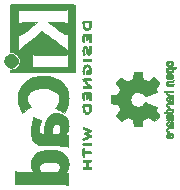
<source format=gbr>
%TF.GenerationSoftware,KiCad,Pcbnew,(5.1.8)-1*%
%TF.CreationDate,2021-08-27T22:01:00+02:00*%
%TF.ProjectId,powerpack_o,706f7765-7270-4616-936b-5f6f2e6b6963,rev?*%
%TF.SameCoordinates,Original*%
%TF.FileFunction,Legend,Bot*%
%TF.FilePolarity,Positive*%
%FSLAX46Y46*%
G04 Gerber Fmt 4.6, Leading zero omitted, Abs format (unit mm)*
G04 Created by KiCad (PCBNEW (5.1.8)-1) date 2021-08-27 22:01:00*
%MOMM*%
%LPD*%
G01*
G04 APERTURE LIST*
%ADD10C,0.010000*%
G04 APERTURE END LIST*
D10*
%TO.C,REF\u002A\u002A*%
G36*
X167173689Y-29404257D02*
G01*
X167173725Y-29668780D01*
X167173730Y-29791912D01*
X167173730Y-31762811D01*
X167289910Y-31762811D01*
X167431291Y-31775211D01*
X167561684Y-31812636D01*
X167681862Y-31875423D01*
X167792602Y-31963906D01*
X167822511Y-31993843D01*
X167907348Y-32101534D01*
X167969221Y-32220275D01*
X168008159Y-32346540D01*
X168024190Y-32476803D01*
X168017342Y-32607535D01*
X167987643Y-32735212D01*
X167935120Y-32856305D01*
X167859803Y-32967288D01*
X167814363Y-33017132D01*
X167702952Y-33110017D01*
X167580435Y-33178127D01*
X167448215Y-33220871D01*
X167307692Y-33237653D01*
X167293867Y-33237876D01*
X167173734Y-33238756D01*
X167173732Y-33291557D01*
X167180089Y-33338396D01*
X167195556Y-33381183D01*
X167197154Y-33384011D01*
X167202168Y-33393675D01*
X167206073Y-33402549D01*
X167210007Y-33410665D01*
X167215106Y-33418057D01*
X167222508Y-33424755D01*
X167233351Y-33430792D01*
X167248772Y-33436199D01*
X167269909Y-33441010D01*
X167297899Y-33445255D01*
X167333879Y-33448968D01*
X167378987Y-33452179D01*
X167434360Y-33454922D01*
X167501137Y-33457228D01*
X167580453Y-33459129D01*
X167673447Y-33460658D01*
X167781257Y-33461846D01*
X167905019Y-33462726D01*
X168045871Y-33463330D01*
X168204950Y-33463689D01*
X168383395Y-33463835D01*
X168582342Y-33463802D01*
X168802929Y-33463620D01*
X169046293Y-33463323D01*
X169313572Y-33462941D01*
X169605903Y-33462508D01*
X169924424Y-33462055D01*
X169963230Y-33462002D01*
X170283782Y-33461596D01*
X170578012Y-33461251D01*
X170847056Y-33460931D01*
X171092052Y-33460600D01*
X171314137Y-33460221D01*
X171514447Y-33459757D01*
X171694119Y-33459172D01*
X171854290Y-33458430D01*
X171996098Y-33457494D01*
X172120679Y-33456327D01*
X172229170Y-33454893D01*
X172322707Y-33453156D01*
X172402429Y-33451078D01*
X172469472Y-33448624D01*
X172524973Y-33445756D01*
X172570068Y-33442439D01*
X172605895Y-33438636D01*
X172633591Y-33434310D01*
X172654293Y-33429425D01*
X172669137Y-33423945D01*
X172679260Y-33417832D01*
X172685800Y-33411050D01*
X172689893Y-33403563D01*
X172692676Y-33395334D01*
X172695287Y-33386327D01*
X172698862Y-33376505D01*
X172699950Y-33374106D01*
X172702396Y-33366565D01*
X172704642Y-33353944D01*
X172706698Y-33335141D01*
X172708572Y-33309053D01*
X172710271Y-33274578D01*
X172711803Y-33230615D01*
X172713177Y-33176061D01*
X172714400Y-33109815D01*
X172715481Y-33030774D01*
X172716427Y-32937837D01*
X172717247Y-32829901D01*
X172717947Y-32705864D01*
X172718538Y-32564624D01*
X172719025Y-32405079D01*
X172719419Y-32226128D01*
X172719725Y-32026668D01*
X172719953Y-31805596D01*
X172720110Y-31561812D01*
X172720205Y-31294213D01*
X172720245Y-31001697D01*
X172720238Y-30683161D01*
X172720228Y-30579979D01*
X172720176Y-30254377D01*
X172720091Y-29955119D01*
X172719963Y-29681091D01*
X172719785Y-29431176D01*
X172719548Y-29204260D01*
X172719242Y-28999227D01*
X172718860Y-28814962D01*
X172718392Y-28650350D01*
X172717830Y-28504275D01*
X172717165Y-28375624D01*
X172716388Y-28263279D01*
X172715491Y-28166126D01*
X172714465Y-28083050D01*
X172713301Y-28012936D01*
X172711991Y-27954668D01*
X172710525Y-27907131D01*
X172708896Y-27869210D01*
X172707093Y-27839790D01*
X172705110Y-27817755D01*
X172702936Y-27801990D01*
X172700563Y-27791380D01*
X172698391Y-27785596D01*
X172694056Y-27775316D01*
X172690859Y-27765878D01*
X172687665Y-27757245D01*
X172683338Y-27749381D01*
X172676744Y-27742252D01*
X172666747Y-27735821D01*
X172652212Y-27730053D01*
X172632003Y-27724911D01*
X172604985Y-27720360D01*
X172570023Y-27716365D01*
X172525981Y-27712889D01*
X172471724Y-27709898D01*
X172406117Y-27707354D01*
X172328024Y-27705223D01*
X172236310Y-27703468D01*
X172129840Y-27702055D01*
X172088973Y-27701685D01*
X172088973Y-28068116D01*
X172088973Y-29363266D01*
X172051217Y-29338345D01*
X172012417Y-29313553D01*
X171975469Y-29292560D01*
X171937788Y-29275065D01*
X171896788Y-29260770D01*
X171849883Y-29249377D01*
X171794487Y-29240587D01*
X171728016Y-29234102D01*
X171647883Y-29229623D01*
X171551502Y-29226850D01*
X171436289Y-29225487D01*
X171299657Y-29225233D01*
X171139020Y-29225791D01*
X171079382Y-29226107D01*
X170440041Y-29229675D01*
X170991449Y-29634702D01*
X171147876Y-29749446D01*
X171284088Y-29848857D01*
X171401890Y-29934010D01*
X171503084Y-30005978D01*
X171589477Y-30065834D01*
X171662874Y-30114652D01*
X171725077Y-30153505D01*
X171777893Y-30183466D01*
X171823125Y-30205609D01*
X171862578Y-30221007D01*
X171898058Y-30230734D01*
X171931368Y-30235863D01*
X171964313Y-30237468D01*
X171998697Y-30236621D01*
X172003019Y-30236405D01*
X172089031Y-30231946D01*
X172088973Y-31651308D01*
X171982522Y-31545735D01*
X171953406Y-31517087D01*
X171925076Y-31489910D01*
X171895968Y-31463011D01*
X171864520Y-31435197D01*
X171829169Y-31405275D01*
X171788354Y-31372054D01*
X171740511Y-31334339D01*
X171684079Y-31290940D01*
X171617494Y-31240662D01*
X171539195Y-31182312D01*
X171447619Y-31114700D01*
X171341204Y-31036631D01*
X171218387Y-30946912D01*
X171077605Y-30844352D01*
X170917297Y-30727758D01*
X170785798Y-30632191D01*
X170620596Y-30512251D01*
X170476152Y-30407620D01*
X170351094Y-30317352D01*
X170244052Y-30240497D01*
X170153654Y-30176109D01*
X170078529Y-30123239D01*
X170017304Y-30080940D01*
X169968610Y-30048264D01*
X169931074Y-30024262D01*
X169903325Y-30007987D01*
X169883992Y-29998492D01*
X169871703Y-29994827D01*
X169865242Y-29995929D01*
X169848048Y-30009276D01*
X169811655Y-30038134D01*
X169758224Y-30080760D01*
X169689919Y-30135415D01*
X169608903Y-30200356D01*
X169517340Y-30273842D01*
X169417392Y-30354132D01*
X169311224Y-30439485D01*
X169200997Y-30528160D01*
X169088876Y-30618414D01*
X169027244Y-30668056D01*
X169027244Y-31900627D01*
X169119919Y-31951854D01*
X169212595Y-32003081D01*
X171903622Y-32003081D01*
X171996298Y-31951854D01*
X172088973Y-31900627D01*
X172088973Y-32506604D01*
X172088931Y-32651266D01*
X172088741Y-32770756D01*
X172088308Y-32867358D01*
X172087536Y-32943358D01*
X172086330Y-33001043D01*
X172084594Y-33042699D01*
X172082232Y-33070611D01*
X172079150Y-33087065D01*
X172075251Y-33094348D01*
X172070440Y-33094745D01*
X172064622Y-33090542D01*
X172064574Y-33090499D01*
X172039532Y-33073187D01*
X171998815Y-33050264D01*
X171958168Y-33030019D01*
X171876162Y-32991621D01*
X169027244Y-32983789D01*
X169027244Y-31900627D01*
X169027244Y-30668056D01*
X168977024Y-30708507D01*
X168867604Y-30796698D01*
X168762778Y-30881246D01*
X168664711Y-30960408D01*
X168575566Y-31032444D01*
X168497505Y-31095613D01*
X168432692Y-31148173D01*
X168383290Y-31188383D01*
X168354487Y-31212000D01*
X168246778Y-31303710D01*
X168149580Y-31391940D01*
X168066076Y-31473597D01*
X167999448Y-31545590D01*
X167958599Y-31596681D01*
X167915135Y-31657093D01*
X167915135Y-30267702D01*
X167996666Y-30268092D01*
X168056606Y-30264209D01*
X168112177Y-30249610D01*
X168164855Y-30227012D01*
X168194615Y-30212322D01*
X168224103Y-30196528D01*
X168255276Y-30178186D01*
X168290093Y-30155855D01*
X168330510Y-30128091D01*
X168378486Y-30093451D01*
X168435978Y-30050493D01*
X168504943Y-29997773D01*
X168587339Y-29933849D01*
X168685124Y-29857279D01*
X168800255Y-29766619D01*
X168934690Y-29660426D01*
X168949859Y-29648432D01*
X169479412Y-29229675D01*
X168892922Y-29225622D01*
X168717251Y-29224805D01*
X168568532Y-29224979D01*
X168446275Y-29226151D01*
X168349989Y-29228331D01*
X168279183Y-29231526D01*
X168233369Y-29235744D01*
X168224679Y-29237162D01*
X168133135Y-29259409D01*
X168050608Y-29288557D01*
X167984253Y-29321818D01*
X167956110Y-29341800D01*
X167915135Y-29376278D01*
X167915135Y-28722086D01*
X167915269Y-28566031D01*
X167915703Y-28435533D01*
X167916489Y-28328690D01*
X167917676Y-28243602D01*
X167919317Y-28178365D01*
X167921461Y-28131079D01*
X167924159Y-28099843D01*
X167927462Y-28082754D01*
X167931421Y-28077912D01*
X167932298Y-28078247D01*
X167953231Y-28092115D01*
X167986412Y-28115268D01*
X168003193Y-28127246D01*
X168019940Y-28139631D01*
X168034915Y-28150763D01*
X168049594Y-28160712D01*
X168065449Y-28169549D01*
X168083955Y-28177343D01*
X168106585Y-28184165D01*
X168134813Y-28190084D01*
X168170113Y-28195171D01*
X168213958Y-28199496D01*
X168267822Y-28203129D01*
X168333180Y-28206140D01*
X168411504Y-28208599D01*
X168504268Y-28210577D01*
X168612947Y-28212142D01*
X168739013Y-28213366D01*
X168883942Y-28214319D01*
X169049206Y-28215070D01*
X169236279Y-28215689D01*
X169446635Y-28216248D01*
X169681748Y-28216815D01*
X169897741Y-28217345D01*
X170138535Y-28217845D01*
X170368274Y-28218105D01*
X170585493Y-28218132D01*
X170788722Y-28217933D01*
X170976496Y-28217514D01*
X171147345Y-28216882D01*
X171299803Y-28216044D01*
X171432403Y-28215008D01*
X171543676Y-28213780D01*
X171632156Y-28212367D01*
X171696375Y-28210775D01*
X171734865Y-28209013D01*
X171738933Y-28208679D01*
X171832248Y-28196534D01*
X171907190Y-28177573D01*
X171972594Y-28148698D01*
X172037293Y-28106810D01*
X172044352Y-28101571D01*
X172088973Y-28068116D01*
X172088973Y-27701685D01*
X172007479Y-27700946D01*
X171868090Y-27700107D01*
X171710539Y-27699502D01*
X171533691Y-27699095D01*
X171336410Y-27698850D01*
X171117560Y-27698733D01*
X170876007Y-27698705D01*
X170610615Y-27698733D01*
X170320249Y-27698780D01*
X170003773Y-27698810D01*
X169940946Y-27698811D01*
X169621137Y-27698828D01*
X169327661Y-27698888D01*
X169059390Y-27698998D01*
X168815198Y-27699167D01*
X168593957Y-27699403D01*
X168394540Y-27699716D01*
X168215820Y-27700115D01*
X168056671Y-27700607D01*
X167915966Y-27701203D01*
X167792576Y-27701910D01*
X167685376Y-27702737D01*
X167593238Y-27703693D01*
X167515035Y-27704787D01*
X167449641Y-27706027D01*
X167395928Y-27707422D01*
X167352769Y-27708982D01*
X167319037Y-27710714D01*
X167293605Y-27712628D01*
X167275347Y-27714732D01*
X167263134Y-27717034D01*
X167255841Y-27719545D01*
X167255659Y-27719637D01*
X167244518Y-27724808D01*
X167234431Y-27729115D01*
X167225346Y-27733879D01*
X167217212Y-27740422D01*
X167209976Y-27750065D01*
X167203586Y-27764129D01*
X167197989Y-27783937D01*
X167193133Y-27810809D01*
X167188966Y-27846067D01*
X167185436Y-27891032D01*
X167182491Y-27947026D01*
X167180077Y-28015371D01*
X167178144Y-28097386D01*
X167176638Y-28194395D01*
X167175508Y-28307718D01*
X167174702Y-28438677D01*
X167174166Y-28588593D01*
X167173849Y-28758787D01*
X167173699Y-28950582D01*
X167173663Y-29165298D01*
X167173689Y-29404257D01*
G37*
X167173689Y-29404257D02*
X167173725Y-29668780D01*
X167173730Y-29791912D01*
X167173730Y-31762811D01*
X167289910Y-31762811D01*
X167431291Y-31775211D01*
X167561684Y-31812636D01*
X167681862Y-31875423D01*
X167792602Y-31963906D01*
X167822511Y-31993843D01*
X167907348Y-32101534D01*
X167969221Y-32220275D01*
X168008159Y-32346540D01*
X168024190Y-32476803D01*
X168017342Y-32607535D01*
X167987643Y-32735212D01*
X167935120Y-32856305D01*
X167859803Y-32967288D01*
X167814363Y-33017132D01*
X167702952Y-33110017D01*
X167580435Y-33178127D01*
X167448215Y-33220871D01*
X167307692Y-33237653D01*
X167293867Y-33237876D01*
X167173734Y-33238756D01*
X167173732Y-33291557D01*
X167180089Y-33338396D01*
X167195556Y-33381183D01*
X167197154Y-33384011D01*
X167202168Y-33393675D01*
X167206073Y-33402549D01*
X167210007Y-33410665D01*
X167215106Y-33418057D01*
X167222508Y-33424755D01*
X167233351Y-33430792D01*
X167248772Y-33436199D01*
X167269909Y-33441010D01*
X167297899Y-33445255D01*
X167333879Y-33448968D01*
X167378987Y-33452179D01*
X167434360Y-33454922D01*
X167501137Y-33457228D01*
X167580453Y-33459129D01*
X167673447Y-33460658D01*
X167781257Y-33461846D01*
X167905019Y-33462726D01*
X168045871Y-33463330D01*
X168204950Y-33463689D01*
X168383395Y-33463835D01*
X168582342Y-33463802D01*
X168802929Y-33463620D01*
X169046293Y-33463323D01*
X169313572Y-33462941D01*
X169605903Y-33462508D01*
X169924424Y-33462055D01*
X169963230Y-33462002D01*
X170283782Y-33461596D01*
X170578012Y-33461251D01*
X170847056Y-33460931D01*
X171092052Y-33460600D01*
X171314137Y-33460221D01*
X171514447Y-33459757D01*
X171694119Y-33459172D01*
X171854290Y-33458430D01*
X171996098Y-33457494D01*
X172120679Y-33456327D01*
X172229170Y-33454893D01*
X172322707Y-33453156D01*
X172402429Y-33451078D01*
X172469472Y-33448624D01*
X172524973Y-33445756D01*
X172570068Y-33442439D01*
X172605895Y-33438636D01*
X172633591Y-33434310D01*
X172654293Y-33429425D01*
X172669137Y-33423945D01*
X172679260Y-33417832D01*
X172685800Y-33411050D01*
X172689893Y-33403563D01*
X172692676Y-33395334D01*
X172695287Y-33386327D01*
X172698862Y-33376505D01*
X172699950Y-33374106D01*
X172702396Y-33366565D01*
X172704642Y-33353944D01*
X172706698Y-33335141D01*
X172708572Y-33309053D01*
X172710271Y-33274578D01*
X172711803Y-33230615D01*
X172713177Y-33176061D01*
X172714400Y-33109815D01*
X172715481Y-33030774D01*
X172716427Y-32937837D01*
X172717247Y-32829901D01*
X172717947Y-32705864D01*
X172718538Y-32564624D01*
X172719025Y-32405079D01*
X172719419Y-32226128D01*
X172719725Y-32026668D01*
X172719953Y-31805596D01*
X172720110Y-31561812D01*
X172720205Y-31294213D01*
X172720245Y-31001697D01*
X172720238Y-30683161D01*
X172720228Y-30579979D01*
X172720176Y-30254377D01*
X172720091Y-29955119D01*
X172719963Y-29681091D01*
X172719785Y-29431176D01*
X172719548Y-29204260D01*
X172719242Y-28999227D01*
X172718860Y-28814962D01*
X172718392Y-28650350D01*
X172717830Y-28504275D01*
X172717165Y-28375624D01*
X172716388Y-28263279D01*
X172715491Y-28166126D01*
X172714465Y-28083050D01*
X172713301Y-28012936D01*
X172711991Y-27954668D01*
X172710525Y-27907131D01*
X172708896Y-27869210D01*
X172707093Y-27839790D01*
X172705110Y-27817755D01*
X172702936Y-27801990D01*
X172700563Y-27791380D01*
X172698391Y-27785596D01*
X172694056Y-27775316D01*
X172690859Y-27765878D01*
X172687665Y-27757245D01*
X172683338Y-27749381D01*
X172676744Y-27742252D01*
X172666747Y-27735821D01*
X172652212Y-27730053D01*
X172632003Y-27724911D01*
X172604985Y-27720360D01*
X172570023Y-27716365D01*
X172525981Y-27712889D01*
X172471724Y-27709898D01*
X172406117Y-27707354D01*
X172328024Y-27705223D01*
X172236310Y-27703468D01*
X172129840Y-27702055D01*
X172088973Y-27701685D01*
X172088973Y-28068116D01*
X172088973Y-29363266D01*
X172051217Y-29338345D01*
X172012417Y-29313553D01*
X171975469Y-29292560D01*
X171937788Y-29275065D01*
X171896788Y-29260770D01*
X171849883Y-29249377D01*
X171794487Y-29240587D01*
X171728016Y-29234102D01*
X171647883Y-29229623D01*
X171551502Y-29226850D01*
X171436289Y-29225487D01*
X171299657Y-29225233D01*
X171139020Y-29225791D01*
X171079382Y-29226107D01*
X170440041Y-29229675D01*
X170991449Y-29634702D01*
X171147876Y-29749446D01*
X171284088Y-29848857D01*
X171401890Y-29934010D01*
X171503084Y-30005978D01*
X171589477Y-30065834D01*
X171662874Y-30114652D01*
X171725077Y-30153505D01*
X171777893Y-30183466D01*
X171823125Y-30205609D01*
X171862578Y-30221007D01*
X171898058Y-30230734D01*
X171931368Y-30235863D01*
X171964313Y-30237468D01*
X171998697Y-30236621D01*
X172003019Y-30236405D01*
X172089031Y-30231946D01*
X172088973Y-31651308D01*
X171982522Y-31545735D01*
X171953406Y-31517087D01*
X171925076Y-31489910D01*
X171895968Y-31463011D01*
X171864520Y-31435197D01*
X171829169Y-31405275D01*
X171788354Y-31372054D01*
X171740511Y-31334339D01*
X171684079Y-31290940D01*
X171617494Y-31240662D01*
X171539195Y-31182312D01*
X171447619Y-31114700D01*
X171341204Y-31036631D01*
X171218387Y-30946912D01*
X171077605Y-30844352D01*
X170917297Y-30727758D01*
X170785798Y-30632191D01*
X170620596Y-30512251D01*
X170476152Y-30407620D01*
X170351094Y-30317352D01*
X170244052Y-30240497D01*
X170153654Y-30176109D01*
X170078529Y-30123239D01*
X170017304Y-30080940D01*
X169968610Y-30048264D01*
X169931074Y-30024262D01*
X169903325Y-30007987D01*
X169883992Y-29998492D01*
X169871703Y-29994827D01*
X169865242Y-29995929D01*
X169848048Y-30009276D01*
X169811655Y-30038134D01*
X169758224Y-30080760D01*
X169689919Y-30135415D01*
X169608903Y-30200356D01*
X169517340Y-30273842D01*
X169417392Y-30354132D01*
X169311224Y-30439485D01*
X169200997Y-30528160D01*
X169088876Y-30618414D01*
X169027244Y-30668056D01*
X169027244Y-31900627D01*
X169119919Y-31951854D01*
X169212595Y-32003081D01*
X171903622Y-32003081D01*
X171996298Y-31951854D01*
X172088973Y-31900627D01*
X172088973Y-32506604D01*
X172088931Y-32651266D01*
X172088741Y-32770756D01*
X172088308Y-32867358D01*
X172087536Y-32943358D01*
X172086330Y-33001043D01*
X172084594Y-33042699D01*
X172082232Y-33070611D01*
X172079150Y-33087065D01*
X172075251Y-33094348D01*
X172070440Y-33094745D01*
X172064622Y-33090542D01*
X172064574Y-33090499D01*
X172039532Y-33073187D01*
X171998815Y-33050264D01*
X171958168Y-33030019D01*
X171876162Y-32991621D01*
X169027244Y-32983789D01*
X169027244Y-31900627D01*
X169027244Y-30668056D01*
X168977024Y-30708507D01*
X168867604Y-30796698D01*
X168762778Y-30881246D01*
X168664711Y-30960408D01*
X168575566Y-31032444D01*
X168497505Y-31095613D01*
X168432692Y-31148173D01*
X168383290Y-31188383D01*
X168354487Y-31212000D01*
X168246778Y-31303710D01*
X168149580Y-31391940D01*
X168066076Y-31473597D01*
X167999448Y-31545590D01*
X167958599Y-31596681D01*
X167915135Y-31657093D01*
X167915135Y-30267702D01*
X167996666Y-30268092D01*
X168056606Y-30264209D01*
X168112177Y-30249610D01*
X168164855Y-30227012D01*
X168194615Y-30212322D01*
X168224103Y-30196528D01*
X168255276Y-30178186D01*
X168290093Y-30155855D01*
X168330510Y-30128091D01*
X168378486Y-30093451D01*
X168435978Y-30050493D01*
X168504943Y-29997773D01*
X168587339Y-29933849D01*
X168685124Y-29857279D01*
X168800255Y-29766619D01*
X168934690Y-29660426D01*
X168949859Y-29648432D01*
X169479412Y-29229675D01*
X168892922Y-29225622D01*
X168717251Y-29224805D01*
X168568532Y-29224979D01*
X168446275Y-29226151D01*
X168349989Y-29228331D01*
X168279183Y-29231526D01*
X168233369Y-29235744D01*
X168224679Y-29237162D01*
X168133135Y-29259409D01*
X168050608Y-29288557D01*
X167984253Y-29321818D01*
X167956110Y-29341800D01*
X167915135Y-29376278D01*
X167915135Y-28722086D01*
X167915269Y-28566031D01*
X167915703Y-28435533D01*
X167916489Y-28328690D01*
X167917676Y-28243602D01*
X167919317Y-28178365D01*
X167921461Y-28131079D01*
X167924159Y-28099843D01*
X167927462Y-28082754D01*
X167931421Y-28077912D01*
X167932298Y-28078247D01*
X167953231Y-28092115D01*
X167986412Y-28115268D01*
X168003193Y-28127246D01*
X168019940Y-28139631D01*
X168034915Y-28150763D01*
X168049594Y-28160712D01*
X168065449Y-28169549D01*
X168083955Y-28177343D01*
X168106585Y-28184165D01*
X168134813Y-28190084D01*
X168170113Y-28195171D01*
X168213958Y-28199496D01*
X168267822Y-28203129D01*
X168333180Y-28206140D01*
X168411504Y-28208599D01*
X168504268Y-28210577D01*
X168612947Y-28212142D01*
X168739013Y-28213366D01*
X168883942Y-28214319D01*
X169049206Y-28215070D01*
X169236279Y-28215689D01*
X169446635Y-28216248D01*
X169681748Y-28216815D01*
X169897741Y-28217345D01*
X170138535Y-28217845D01*
X170368274Y-28218105D01*
X170585493Y-28218132D01*
X170788722Y-28217933D01*
X170976496Y-28217514D01*
X171147345Y-28216882D01*
X171299803Y-28216044D01*
X171432403Y-28215008D01*
X171543676Y-28213780D01*
X171632156Y-28212367D01*
X171696375Y-28210775D01*
X171734865Y-28209013D01*
X171738933Y-28208679D01*
X171832248Y-28196534D01*
X171907190Y-28177573D01*
X171972594Y-28148698D01*
X172037293Y-28106810D01*
X172044352Y-28101571D01*
X172088973Y-28068116D01*
X172088973Y-27701685D01*
X172007479Y-27700946D01*
X171868090Y-27700107D01*
X171710539Y-27699502D01*
X171533691Y-27699095D01*
X171336410Y-27698850D01*
X171117560Y-27698733D01*
X170876007Y-27698705D01*
X170610615Y-27698733D01*
X170320249Y-27698780D01*
X170003773Y-27698810D01*
X169940946Y-27698811D01*
X169621137Y-27698828D01*
X169327661Y-27698888D01*
X169059390Y-27698998D01*
X168815198Y-27699167D01*
X168593957Y-27699403D01*
X168394540Y-27699716D01*
X168215820Y-27700115D01*
X168056671Y-27700607D01*
X167915966Y-27701203D01*
X167792576Y-27701910D01*
X167685376Y-27702737D01*
X167593238Y-27703693D01*
X167515035Y-27704787D01*
X167449641Y-27706027D01*
X167395928Y-27707422D01*
X167352769Y-27708982D01*
X167319037Y-27710714D01*
X167293605Y-27712628D01*
X167275347Y-27714732D01*
X167263134Y-27717034D01*
X167255841Y-27719545D01*
X167255659Y-27719637D01*
X167244518Y-27724808D01*
X167234431Y-27729115D01*
X167225346Y-27733879D01*
X167217212Y-27740422D01*
X167209976Y-27750065D01*
X167203586Y-27764129D01*
X167197989Y-27783937D01*
X167193133Y-27810809D01*
X167188966Y-27846067D01*
X167185436Y-27891032D01*
X167182491Y-27947026D01*
X167180077Y-28015371D01*
X167178144Y-28097386D01*
X167176638Y-28194395D01*
X167175508Y-28307718D01*
X167174702Y-28438677D01*
X167174166Y-28588593D01*
X167173849Y-28758787D01*
X167173699Y-28950582D01*
X167173663Y-29165298D01*
X167173689Y-29404257D01*
G36*
X167860499Y-35799962D02*
G01*
X167876707Y-35948014D01*
X167905718Y-36091452D01*
X167949045Y-36236110D01*
X168008201Y-36387824D01*
X168084700Y-36552428D01*
X168099517Y-36582071D01*
X168133031Y-36650098D01*
X168163208Y-36714256D01*
X168187166Y-36768215D01*
X168202024Y-36805640D01*
X168203895Y-36811389D01*
X168220402Y-36866486D01*
X168579201Y-36619851D01*
X168666893Y-36559552D01*
X168747012Y-36504422D01*
X168816836Y-36456336D01*
X168873647Y-36417168D01*
X168914723Y-36388794D01*
X168937346Y-36373087D01*
X168940928Y-36370536D01*
X168933438Y-36360171D01*
X168910918Y-36334660D01*
X168877461Y-36298563D01*
X168858550Y-36278642D01*
X168768778Y-36165773D01*
X168700561Y-36039014D01*
X168663195Y-35929783D01*
X168651460Y-35864214D01*
X168644308Y-35782116D01*
X168641874Y-35693144D01*
X168644288Y-35606956D01*
X168651683Y-35533205D01*
X168657347Y-35503776D01*
X168702982Y-35371133D01*
X168772663Y-35251606D01*
X168866260Y-35145283D01*
X168983649Y-35052253D01*
X169124700Y-34972605D01*
X169289286Y-34906426D01*
X169477280Y-34853806D01*
X169638217Y-34822533D01*
X169709263Y-34814374D01*
X169801046Y-34808815D01*
X169906968Y-34805802D01*
X170020434Y-34805281D01*
X170134849Y-34807200D01*
X170243617Y-34811503D01*
X170340143Y-34818137D01*
X170417831Y-34827049D01*
X170429817Y-34828979D01*
X170622892Y-34871499D01*
X170793773Y-34929433D01*
X170943224Y-35003133D01*
X171072011Y-35092951D01*
X171141639Y-35156707D01*
X171236173Y-35271286D01*
X171306246Y-35396942D01*
X171351477Y-35531557D01*
X171371484Y-35673011D01*
X171365885Y-35819183D01*
X171334300Y-35967955D01*
X171303394Y-36055911D01*
X171241506Y-36177629D01*
X171152729Y-36303080D01*
X171092694Y-36373353D01*
X171057947Y-36412811D01*
X171032454Y-36443812D01*
X171020170Y-36461458D01*
X171019795Y-36463648D01*
X171032347Y-36471524D01*
X171065516Y-36491932D01*
X171116458Y-36523132D01*
X171182331Y-36563386D01*
X171260289Y-36610957D01*
X171347490Y-36664104D01*
X171396067Y-36693687D01*
X171767215Y-36919648D01*
X171906639Y-36637527D01*
X171956719Y-36535522D01*
X171996210Y-36452889D01*
X172027073Y-36384578D01*
X172051268Y-36325537D01*
X172070758Y-36270714D01*
X172087503Y-36215060D01*
X172103465Y-36153523D01*
X172117482Y-36094540D01*
X172128329Y-36042115D01*
X172136526Y-35987288D01*
X172142528Y-35924572D01*
X172146790Y-35848477D01*
X172149767Y-35753516D01*
X172151052Y-35689513D01*
X172151930Y-35598192D01*
X172151487Y-35510627D01*
X172149852Y-35432612D01*
X172147149Y-35369942D01*
X172143505Y-35328413D01*
X172143142Y-35325952D01*
X172096487Y-35110303D01*
X172025729Y-34907793D01*
X171930914Y-34718495D01*
X171812089Y-34542479D01*
X171669300Y-34379816D01*
X171502594Y-34230578D01*
X171354433Y-34122496D01*
X171160502Y-34007434D01*
X170955699Y-33914423D01*
X170738383Y-33843013D01*
X170506912Y-33792756D01*
X170259643Y-33763201D01*
X170008559Y-33753889D01*
X169765670Y-33761548D01*
X169541570Y-33785613D01*
X169332477Y-33826852D01*
X169134613Y-33886027D01*
X168944196Y-33963904D01*
X168924468Y-33973203D01*
X168740059Y-34075648D01*
X168564576Y-34201472D01*
X168401650Y-34347112D01*
X168254914Y-34509001D01*
X168128001Y-34683576D01*
X168034905Y-34846244D01*
X167961991Y-35010573D01*
X167909174Y-35175251D01*
X167875015Y-35346652D01*
X167858078Y-35531153D01*
X167855580Y-35641459D01*
X167860499Y-35799962D01*
G37*
X167860499Y-35799962D02*
X167876707Y-35948014D01*
X167905718Y-36091452D01*
X167949045Y-36236110D01*
X168008201Y-36387824D01*
X168084700Y-36552428D01*
X168099517Y-36582071D01*
X168133031Y-36650098D01*
X168163208Y-36714256D01*
X168187166Y-36768215D01*
X168202024Y-36805640D01*
X168203895Y-36811389D01*
X168220402Y-36866486D01*
X168579201Y-36619851D01*
X168666893Y-36559552D01*
X168747012Y-36504422D01*
X168816836Y-36456336D01*
X168873647Y-36417168D01*
X168914723Y-36388794D01*
X168937346Y-36373087D01*
X168940928Y-36370536D01*
X168933438Y-36360171D01*
X168910918Y-36334660D01*
X168877461Y-36298563D01*
X168858550Y-36278642D01*
X168768778Y-36165773D01*
X168700561Y-36039014D01*
X168663195Y-35929783D01*
X168651460Y-35864214D01*
X168644308Y-35782116D01*
X168641874Y-35693144D01*
X168644288Y-35606956D01*
X168651683Y-35533205D01*
X168657347Y-35503776D01*
X168702982Y-35371133D01*
X168772663Y-35251606D01*
X168866260Y-35145283D01*
X168983649Y-35052253D01*
X169124700Y-34972605D01*
X169289286Y-34906426D01*
X169477280Y-34853806D01*
X169638217Y-34822533D01*
X169709263Y-34814374D01*
X169801046Y-34808815D01*
X169906968Y-34805802D01*
X170020434Y-34805281D01*
X170134849Y-34807200D01*
X170243617Y-34811503D01*
X170340143Y-34818137D01*
X170417831Y-34827049D01*
X170429817Y-34828979D01*
X170622892Y-34871499D01*
X170793773Y-34929433D01*
X170943224Y-35003133D01*
X171072011Y-35092951D01*
X171141639Y-35156707D01*
X171236173Y-35271286D01*
X171306246Y-35396942D01*
X171351477Y-35531557D01*
X171371484Y-35673011D01*
X171365885Y-35819183D01*
X171334300Y-35967955D01*
X171303394Y-36055911D01*
X171241506Y-36177629D01*
X171152729Y-36303080D01*
X171092694Y-36373353D01*
X171057947Y-36412811D01*
X171032454Y-36443812D01*
X171020170Y-36461458D01*
X171019795Y-36463648D01*
X171032347Y-36471524D01*
X171065516Y-36491932D01*
X171116458Y-36523132D01*
X171182331Y-36563386D01*
X171260289Y-36610957D01*
X171347490Y-36664104D01*
X171396067Y-36693687D01*
X171767215Y-36919648D01*
X171906639Y-36637527D01*
X171956719Y-36535522D01*
X171996210Y-36452889D01*
X172027073Y-36384578D01*
X172051268Y-36325537D01*
X172070758Y-36270714D01*
X172087503Y-36215060D01*
X172103465Y-36153523D01*
X172117482Y-36094540D01*
X172128329Y-36042115D01*
X172136526Y-35987288D01*
X172142528Y-35924572D01*
X172146790Y-35848477D01*
X172149767Y-35753516D01*
X172151052Y-35689513D01*
X172151930Y-35598192D01*
X172151487Y-35510627D01*
X172149852Y-35432612D01*
X172147149Y-35369942D01*
X172143505Y-35328413D01*
X172143142Y-35325952D01*
X172096487Y-35110303D01*
X172025729Y-34907793D01*
X171930914Y-34718495D01*
X171812089Y-34542479D01*
X171669300Y-34379816D01*
X171502594Y-34230578D01*
X171354433Y-34122496D01*
X171160502Y-34007434D01*
X170955699Y-33914423D01*
X170738383Y-33843013D01*
X170506912Y-33792756D01*
X170259643Y-33763201D01*
X170008559Y-33753889D01*
X169765670Y-33761548D01*
X169541570Y-33785613D01*
X169332477Y-33826852D01*
X169134613Y-33886027D01*
X168944196Y-33963904D01*
X168924468Y-33973203D01*
X168740059Y-34075648D01*
X168564576Y-34201472D01*
X168401650Y-34347112D01*
X168254914Y-34509001D01*
X168128001Y-34683576D01*
X168034905Y-34846244D01*
X167961991Y-35010573D01*
X167909174Y-35175251D01*
X167875015Y-35346652D01*
X167858078Y-35531153D01*
X167855580Y-35641459D01*
X167860499Y-35799962D01*
G36*
X168964229Y-38527505D02*
G01*
X168969378Y-38595531D01*
X168995273Y-38790163D01*
X169036575Y-38962529D01*
X169093853Y-39113470D01*
X169167674Y-39243825D01*
X169258608Y-39354434D01*
X169367222Y-39446135D01*
X169494085Y-39519770D01*
X169631352Y-39573539D01*
X169675137Y-39587187D01*
X169716141Y-39599073D01*
X169756569Y-39609334D01*
X169798630Y-39618113D01*
X169844531Y-39625548D01*
X169896480Y-39631780D01*
X169956685Y-39636950D01*
X170027352Y-39641196D01*
X170110689Y-39644660D01*
X170208905Y-39647481D01*
X170324205Y-39649800D01*
X170458799Y-39651757D01*
X170614893Y-39653491D01*
X170794695Y-39655143D01*
X170935676Y-39656324D01*
X171903622Y-39664270D01*
X171996770Y-39715756D01*
X172041645Y-39740137D01*
X172076501Y-39758280D01*
X172095054Y-39766935D01*
X172096311Y-39767243D01*
X172097749Y-39754014D01*
X172099074Y-39716326D01*
X172100249Y-39657183D01*
X172101237Y-39579586D01*
X172101999Y-39486536D01*
X172102500Y-39381035D01*
X172102701Y-39266084D01*
X172102703Y-39252378D01*
X172102703Y-38737513D01*
X171986000Y-38737513D01*
X171933260Y-38736635D01*
X171892926Y-38734292D01*
X171871300Y-38730921D01*
X171869298Y-38729431D01*
X171877683Y-38715804D01*
X171899692Y-38687757D01*
X171930601Y-38651303D01*
X171931316Y-38650485D01*
X171980843Y-38583962D01*
X172030575Y-38499948D01*
X172075626Y-38407937D01*
X172111110Y-38317421D01*
X172123236Y-38277567D01*
X172138637Y-38198255D01*
X172148465Y-38100935D01*
X172152580Y-37994516D01*
X172150841Y-37887907D01*
X172143108Y-37790017D01*
X172131981Y-37721513D01*
X172082648Y-37553520D01*
X172012342Y-37402281D01*
X171921933Y-37268782D01*
X171812295Y-37154006D01*
X171684299Y-37058937D01*
X171538818Y-36984560D01*
X171450541Y-36952474D01*
X171364739Y-36932365D01*
X171261736Y-36919038D01*
X171151034Y-36912872D01*
X171134925Y-36913074D01*
X171134925Y-37841648D01*
X171217184Y-37849348D01*
X171285546Y-37874989D01*
X171348970Y-37922378D01*
X171367567Y-37940579D01*
X171417846Y-38005282D01*
X171450056Y-38080066D01*
X171465648Y-38169662D01*
X171466796Y-38264012D01*
X171459216Y-38353501D01*
X171444389Y-38422018D01*
X171433253Y-38451775D01*
X171402904Y-38505408D01*
X171360221Y-38562235D01*
X171312317Y-38614082D01*
X171266301Y-38652778D01*
X171249421Y-38663054D01*
X171225782Y-38671042D01*
X171188168Y-38676721D01*
X171132985Y-38680356D01*
X171056640Y-38682211D01*
X170983981Y-38682594D01*
X170899270Y-38682335D01*
X170838018Y-38681287D01*
X170796227Y-38679045D01*
X170769899Y-38675206D01*
X170755035Y-38669365D01*
X170747639Y-38661118D01*
X170746461Y-38658567D01*
X170742833Y-38636400D01*
X170739866Y-38592680D01*
X170737827Y-38533311D01*
X170736983Y-38464196D01*
X170736982Y-38449189D01*
X170738457Y-38356805D01*
X170742842Y-38285432D01*
X170750738Y-38228719D01*
X170762270Y-38181872D01*
X170806215Y-38065669D01*
X170860243Y-37974543D01*
X170925219Y-37907705D01*
X171002005Y-37864365D01*
X171091467Y-37843734D01*
X171134925Y-37841648D01*
X171134925Y-36913074D01*
X171042133Y-36914244D01*
X170944536Y-36923532D01*
X170905105Y-36930777D01*
X170758701Y-36977039D01*
X170623995Y-37047384D01*
X170502280Y-37140484D01*
X170394847Y-37255012D01*
X170302988Y-37389640D01*
X170227996Y-37543040D01*
X170182458Y-37673459D01*
X170158533Y-37760623D01*
X170139943Y-37843996D01*
X170126084Y-37928976D01*
X170116351Y-38020965D01*
X170110141Y-38125362D01*
X170106851Y-38247568D01*
X170105924Y-38358055D01*
X170105027Y-38685677D01*
X170006547Y-38679401D01*
X169899695Y-38661579D01*
X169807852Y-38623667D01*
X169733310Y-38567280D01*
X169678364Y-38494031D01*
X169651552Y-38429535D01*
X169634654Y-38337123D01*
X169632227Y-38227111D01*
X169643378Y-38104656D01*
X169667210Y-37974914D01*
X169702830Y-37843042D01*
X169749343Y-37714198D01*
X169791883Y-37620566D01*
X169813728Y-37575517D01*
X169828984Y-37541156D01*
X169834937Y-37523681D01*
X169834746Y-37522733D01*
X169821412Y-37516703D01*
X169786068Y-37501645D01*
X169732101Y-37478977D01*
X169662896Y-37450115D01*
X169581840Y-37416477D01*
X169499118Y-37382284D01*
X169167803Y-37245586D01*
X169151833Y-37342820D01*
X169143820Y-37384964D01*
X169130361Y-37448319D01*
X169112679Y-37527457D01*
X169091996Y-37616951D01*
X169069532Y-37711373D01*
X169060403Y-37748973D01*
X169022674Y-37911637D01*
X168994388Y-38054050D01*
X168974972Y-38181527D01*
X168963854Y-38299384D01*
X168960464Y-38412938D01*
X168964229Y-38527505D01*
G37*
X168964229Y-38527505D02*
X168969378Y-38595531D01*
X168995273Y-38790163D01*
X169036575Y-38962529D01*
X169093853Y-39113470D01*
X169167674Y-39243825D01*
X169258608Y-39354434D01*
X169367222Y-39446135D01*
X169494085Y-39519770D01*
X169631352Y-39573539D01*
X169675137Y-39587187D01*
X169716141Y-39599073D01*
X169756569Y-39609334D01*
X169798630Y-39618113D01*
X169844531Y-39625548D01*
X169896480Y-39631780D01*
X169956685Y-39636950D01*
X170027352Y-39641196D01*
X170110689Y-39644660D01*
X170208905Y-39647481D01*
X170324205Y-39649800D01*
X170458799Y-39651757D01*
X170614893Y-39653491D01*
X170794695Y-39655143D01*
X170935676Y-39656324D01*
X171903622Y-39664270D01*
X171996770Y-39715756D01*
X172041645Y-39740137D01*
X172076501Y-39758280D01*
X172095054Y-39766935D01*
X172096311Y-39767243D01*
X172097749Y-39754014D01*
X172099074Y-39716326D01*
X172100249Y-39657183D01*
X172101237Y-39579586D01*
X172101999Y-39486536D01*
X172102500Y-39381035D01*
X172102701Y-39266084D01*
X172102703Y-39252378D01*
X172102703Y-38737513D01*
X171986000Y-38737513D01*
X171933260Y-38736635D01*
X171892926Y-38734292D01*
X171871300Y-38730921D01*
X171869298Y-38729431D01*
X171877683Y-38715804D01*
X171899692Y-38687757D01*
X171930601Y-38651303D01*
X171931316Y-38650485D01*
X171980843Y-38583962D01*
X172030575Y-38499948D01*
X172075626Y-38407937D01*
X172111110Y-38317421D01*
X172123236Y-38277567D01*
X172138637Y-38198255D01*
X172148465Y-38100935D01*
X172152580Y-37994516D01*
X172150841Y-37887907D01*
X172143108Y-37790017D01*
X172131981Y-37721513D01*
X172082648Y-37553520D01*
X172012342Y-37402281D01*
X171921933Y-37268782D01*
X171812295Y-37154006D01*
X171684299Y-37058937D01*
X171538818Y-36984560D01*
X171450541Y-36952474D01*
X171364739Y-36932365D01*
X171261736Y-36919038D01*
X171151034Y-36912872D01*
X171134925Y-36913074D01*
X171134925Y-37841648D01*
X171217184Y-37849348D01*
X171285546Y-37874989D01*
X171348970Y-37922378D01*
X171367567Y-37940579D01*
X171417846Y-38005282D01*
X171450056Y-38080066D01*
X171465648Y-38169662D01*
X171466796Y-38264012D01*
X171459216Y-38353501D01*
X171444389Y-38422018D01*
X171433253Y-38451775D01*
X171402904Y-38505408D01*
X171360221Y-38562235D01*
X171312317Y-38614082D01*
X171266301Y-38652778D01*
X171249421Y-38663054D01*
X171225782Y-38671042D01*
X171188168Y-38676721D01*
X171132985Y-38680356D01*
X171056640Y-38682211D01*
X170983981Y-38682594D01*
X170899270Y-38682335D01*
X170838018Y-38681287D01*
X170796227Y-38679045D01*
X170769899Y-38675206D01*
X170755035Y-38669365D01*
X170747639Y-38661118D01*
X170746461Y-38658567D01*
X170742833Y-38636400D01*
X170739866Y-38592680D01*
X170737827Y-38533311D01*
X170736983Y-38464196D01*
X170736982Y-38449189D01*
X170738457Y-38356805D01*
X170742842Y-38285432D01*
X170750738Y-38228719D01*
X170762270Y-38181872D01*
X170806215Y-38065669D01*
X170860243Y-37974543D01*
X170925219Y-37907705D01*
X171002005Y-37864365D01*
X171091467Y-37843734D01*
X171134925Y-37841648D01*
X171134925Y-36913074D01*
X171042133Y-36914244D01*
X170944536Y-36923532D01*
X170905105Y-36930777D01*
X170758701Y-36977039D01*
X170623995Y-37047384D01*
X170502280Y-37140484D01*
X170394847Y-37255012D01*
X170302988Y-37389640D01*
X170227996Y-37543040D01*
X170182458Y-37673459D01*
X170158533Y-37760623D01*
X170139943Y-37843996D01*
X170126084Y-37928976D01*
X170116351Y-38020965D01*
X170110141Y-38125362D01*
X170106851Y-38247568D01*
X170105924Y-38358055D01*
X170105027Y-38685677D01*
X170006547Y-38679401D01*
X169899695Y-38661579D01*
X169807852Y-38623667D01*
X169733310Y-38567280D01*
X169678364Y-38494031D01*
X169651552Y-38429535D01*
X169634654Y-38337123D01*
X169632227Y-38227111D01*
X169643378Y-38104656D01*
X169667210Y-37974914D01*
X169702830Y-37843042D01*
X169749343Y-37714198D01*
X169791883Y-37620566D01*
X169813728Y-37575517D01*
X169828984Y-37541156D01*
X169834937Y-37523681D01*
X169834746Y-37522733D01*
X169821412Y-37516703D01*
X169786068Y-37501645D01*
X169732101Y-37478977D01*
X169662896Y-37450115D01*
X169581840Y-37416477D01*
X169499118Y-37382284D01*
X169167803Y-37245586D01*
X169151833Y-37342820D01*
X169143820Y-37384964D01*
X169130361Y-37448319D01*
X169112679Y-37527457D01*
X169091996Y-37616951D01*
X169069532Y-37711373D01*
X169060403Y-37748973D01*
X169022674Y-37911637D01*
X168994388Y-38054050D01*
X168974972Y-38181527D01*
X168963854Y-38299384D01*
X168960464Y-38412938D01*
X168964229Y-38527505D01*
G36*
X167656825Y-42202270D02*
G01*
X167657304Y-42319041D01*
X167657545Y-42358729D01*
X167661135Y-42904486D01*
X169754919Y-42911351D01*
X170038842Y-42912258D01*
X170296640Y-42913062D01*
X170529646Y-42913815D01*
X170739194Y-42914569D01*
X170926618Y-42915375D01*
X171093250Y-42916285D01*
X171240425Y-42917351D01*
X171369477Y-42918624D01*
X171481739Y-42920156D01*
X171578544Y-42921998D01*
X171661226Y-42924203D01*
X171731119Y-42926822D01*
X171789557Y-42929906D01*
X171837872Y-42933508D01*
X171877400Y-42937678D01*
X171909473Y-42942469D01*
X171935424Y-42947931D01*
X171956589Y-42954118D01*
X171974299Y-42961080D01*
X171989889Y-42968869D01*
X172004693Y-42977537D01*
X172020044Y-42987135D01*
X172037276Y-42997715D01*
X172040946Y-42999884D01*
X172103031Y-43036268D01*
X172099434Y-42510431D01*
X172095838Y-41984594D01*
X171980331Y-41977729D01*
X171924899Y-41973992D01*
X171892851Y-41970097D01*
X171880135Y-41964811D01*
X171882696Y-41956903D01*
X171890024Y-41950270D01*
X171916714Y-41921374D01*
X171951021Y-41874279D01*
X171988846Y-41815620D01*
X172026090Y-41752031D01*
X172058653Y-41690149D01*
X172080077Y-41642634D01*
X172115283Y-41531316D01*
X172140222Y-41403596D01*
X172153941Y-41268901D01*
X172155486Y-41136663D01*
X172143906Y-41016308D01*
X172143574Y-41014326D01*
X172102250Y-40849641D01*
X172036412Y-40695479D01*
X171947474Y-40553328D01*
X171836852Y-40424675D01*
X171705961Y-40311007D01*
X171556216Y-40213810D01*
X171389033Y-40134572D01*
X171265190Y-40091430D01*
X171161581Y-40062979D01*
X171061252Y-40041880D01*
X170958109Y-40027488D01*
X170846057Y-40019158D01*
X170719001Y-40016245D01*
X170615252Y-40017535D01*
X170615252Y-41030650D01*
X170789222Y-41035444D01*
X170938895Y-41050568D01*
X171065597Y-41076485D01*
X171170658Y-41113663D01*
X171255406Y-41162565D01*
X171321169Y-41223658D01*
X171367659Y-41294177D01*
X171385014Y-41330871D01*
X171395419Y-41362696D01*
X171400179Y-41398177D01*
X171400601Y-41445841D01*
X171398748Y-41497189D01*
X171389841Y-41598169D01*
X171372398Y-41678035D01*
X171363661Y-41703135D01*
X171337857Y-41760448D01*
X171305453Y-41820897D01*
X171289233Y-41847297D01*
X171244205Y-41915946D01*
X169816982Y-41915946D01*
X169771718Y-41840432D01*
X169720572Y-41735121D01*
X169690324Y-41627525D01*
X169680795Y-41521581D01*
X169691807Y-41421224D01*
X169723181Y-41330387D01*
X169774740Y-41253007D01*
X169799488Y-41228039D01*
X169880577Y-41167856D01*
X169978734Y-41119145D01*
X170095643Y-41081499D01*
X170232985Y-41054512D01*
X170392444Y-41037775D01*
X170575700Y-41030883D01*
X170615252Y-41030650D01*
X170615252Y-40017535D01*
X170572067Y-40018073D01*
X170346053Y-40029647D01*
X170142192Y-40052920D01*
X169957513Y-40088504D01*
X169789048Y-40137013D01*
X169633826Y-40199060D01*
X169587808Y-40221201D01*
X169437739Y-40310385D01*
X169304377Y-40418159D01*
X169189877Y-40541990D01*
X169096389Y-40679342D01*
X169026068Y-40827683D01*
X168997060Y-40916604D01*
X168979840Y-41003933D01*
X168969594Y-41109011D01*
X168966318Y-41223029D01*
X168970009Y-41337177D01*
X168980660Y-41442648D01*
X168997370Y-41527334D01*
X169030140Y-41628128D01*
X169072279Y-41725822D01*
X169119519Y-41811296D01*
X169151581Y-41856789D01*
X169175422Y-41888169D01*
X169189939Y-41910142D01*
X169192000Y-41915141D01*
X169178718Y-41916690D01*
X169140663Y-41918135D01*
X169080519Y-41919443D01*
X169000973Y-41920583D01*
X168904711Y-41921521D01*
X168794419Y-41922226D01*
X168672781Y-41922667D01*
X168548885Y-41922811D01*
X168390196Y-41922730D01*
X168256408Y-41922335D01*
X168144960Y-41921395D01*
X168053295Y-41919680D01*
X167978853Y-41916957D01*
X167919075Y-41912997D01*
X167871402Y-41907569D01*
X167833274Y-41900441D01*
X167802134Y-41891384D01*
X167775421Y-41880167D01*
X167750577Y-41866558D01*
X167725043Y-41850328D01*
X167721881Y-41848240D01*
X167688810Y-41827306D01*
X167666069Y-41814667D01*
X167661272Y-41812973D01*
X167659759Y-41826216D01*
X167658528Y-41864002D01*
X167657599Y-41923416D01*
X167656992Y-42001542D01*
X167656727Y-42095465D01*
X167656825Y-42202270D01*
G37*
X167656825Y-42202270D02*
X167657304Y-42319041D01*
X167657545Y-42358729D01*
X167661135Y-42904486D01*
X169754919Y-42911351D01*
X170038842Y-42912258D01*
X170296640Y-42913062D01*
X170529646Y-42913815D01*
X170739194Y-42914569D01*
X170926618Y-42915375D01*
X171093250Y-42916285D01*
X171240425Y-42917351D01*
X171369477Y-42918624D01*
X171481739Y-42920156D01*
X171578544Y-42921998D01*
X171661226Y-42924203D01*
X171731119Y-42926822D01*
X171789557Y-42929906D01*
X171837872Y-42933508D01*
X171877400Y-42937678D01*
X171909473Y-42942469D01*
X171935424Y-42947931D01*
X171956589Y-42954118D01*
X171974299Y-42961080D01*
X171989889Y-42968869D01*
X172004693Y-42977537D01*
X172020044Y-42987135D01*
X172037276Y-42997715D01*
X172040946Y-42999884D01*
X172103031Y-43036268D01*
X172099434Y-42510431D01*
X172095838Y-41984594D01*
X171980331Y-41977729D01*
X171924899Y-41973992D01*
X171892851Y-41970097D01*
X171880135Y-41964811D01*
X171882696Y-41956903D01*
X171890024Y-41950270D01*
X171916714Y-41921374D01*
X171951021Y-41874279D01*
X171988846Y-41815620D01*
X172026090Y-41752031D01*
X172058653Y-41690149D01*
X172080077Y-41642634D01*
X172115283Y-41531316D01*
X172140222Y-41403596D01*
X172153941Y-41268901D01*
X172155486Y-41136663D01*
X172143906Y-41016308D01*
X172143574Y-41014326D01*
X172102250Y-40849641D01*
X172036412Y-40695479D01*
X171947474Y-40553328D01*
X171836852Y-40424675D01*
X171705961Y-40311007D01*
X171556216Y-40213810D01*
X171389033Y-40134572D01*
X171265190Y-40091430D01*
X171161581Y-40062979D01*
X171061252Y-40041880D01*
X170958109Y-40027488D01*
X170846057Y-40019158D01*
X170719001Y-40016245D01*
X170615252Y-40017535D01*
X170615252Y-41030650D01*
X170789222Y-41035444D01*
X170938895Y-41050568D01*
X171065597Y-41076485D01*
X171170658Y-41113663D01*
X171255406Y-41162565D01*
X171321169Y-41223658D01*
X171367659Y-41294177D01*
X171385014Y-41330871D01*
X171395419Y-41362696D01*
X171400179Y-41398177D01*
X171400601Y-41445841D01*
X171398748Y-41497189D01*
X171389841Y-41598169D01*
X171372398Y-41678035D01*
X171363661Y-41703135D01*
X171337857Y-41760448D01*
X171305453Y-41820897D01*
X171289233Y-41847297D01*
X171244205Y-41915946D01*
X169816982Y-41915946D01*
X169771718Y-41840432D01*
X169720572Y-41735121D01*
X169690324Y-41627525D01*
X169680795Y-41521581D01*
X169691807Y-41421224D01*
X169723181Y-41330387D01*
X169774740Y-41253007D01*
X169799488Y-41228039D01*
X169880577Y-41167856D01*
X169978734Y-41119145D01*
X170095643Y-41081499D01*
X170232985Y-41054512D01*
X170392444Y-41037775D01*
X170575700Y-41030883D01*
X170615252Y-41030650D01*
X170615252Y-40017535D01*
X170572067Y-40018073D01*
X170346053Y-40029647D01*
X170142192Y-40052920D01*
X169957513Y-40088504D01*
X169789048Y-40137013D01*
X169633826Y-40199060D01*
X169587808Y-40221201D01*
X169437739Y-40310385D01*
X169304377Y-40418159D01*
X169189877Y-40541990D01*
X169096389Y-40679342D01*
X169026068Y-40827683D01*
X168997060Y-40916604D01*
X168979840Y-41003933D01*
X168969594Y-41109011D01*
X168966318Y-41223029D01*
X168970009Y-41337177D01*
X168980660Y-41442648D01*
X168997370Y-41527334D01*
X169030140Y-41628128D01*
X169072279Y-41725822D01*
X169119519Y-41811296D01*
X169151581Y-41856789D01*
X169175422Y-41888169D01*
X169189939Y-41910142D01*
X169192000Y-41915141D01*
X169178718Y-41916690D01*
X169140663Y-41918135D01*
X169080519Y-41919443D01*
X169000973Y-41920583D01*
X168904711Y-41921521D01*
X168794419Y-41922226D01*
X168672781Y-41922667D01*
X168548885Y-41922811D01*
X168390196Y-41922730D01*
X168256408Y-41922335D01*
X168144960Y-41921395D01*
X168053295Y-41919680D01*
X167978853Y-41916957D01*
X167919075Y-41912997D01*
X167871402Y-41907569D01*
X167833274Y-41900441D01*
X167802134Y-41891384D01*
X167775421Y-41880167D01*
X167750577Y-41866558D01*
X167725043Y-41850328D01*
X167721881Y-41848240D01*
X167688810Y-41827306D01*
X167666069Y-41814667D01*
X167661272Y-41812973D01*
X167659759Y-41826216D01*
X167658528Y-41864002D01*
X167657599Y-41923416D01*
X167656992Y-42001542D01*
X167656727Y-42095465D01*
X167656825Y-42202270D01*
G36*
X166736490Y-32633921D02*
G01*
X166772238Y-32737027D01*
X166828507Y-32833022D01*
X166905288Y-32918753D01*
X167002573Y-32991070D01*
X167063892Y-33023555D01*
X167149660Y-33051668D01*
X167248677Y-33065295D01*
X167350471Y-33063786D01*
X167442714Y-33047031D01*
X167555432Y-33001237D01*
X167653207Y-32934832D01*
X167734115Y-32851191D01*
X167796232Y-32753688D01*
X167837634Y-32645700D01*
X167856397Y-32530601D01*
X167850598Y-32411766D01*
X167838206Y-32353189D01*
X167793797Y-32239028D01*
X167726033Y-32137635D01*
X167637001Y-32051455D01*
X167528791Y-31982934D01*
X167516973Y-31977136D01*
X167472628Y-31957096D01*
X167435280Y-31944513D01*
X167395880Y-31937681D01*
X167345381Y-31934895D01*
X167290433Y-31934432D01*
X167224415Y-31935197D01*
X167176689Y-31938648D01*
X167138103Y-31946523D01*
X167099506Y-31960557D01*
X167061426Y-31977880D01*
X166953328Y-32042495D01*
X166865803Y-32122066D01*
X166798841Y-32213440D01*
X166752436Y-32313464D01*
X166726581Y-32418988D01*
X166721268Y-32526858D01*
X166736490Y-32633921D01*
G37*
X166736490Y-32633921D02*
X166772238Y-32737027D01*
X166828507Y-32833022D01*
X166905288Y-32918753D01*
X167002573Y-32991070D01*
X167063892Y-33023555D01*
X167149660Y-33051668D01*
X167248677Y-33065295D01*
X167350471Y-33063786D01*
X167442714Y-33047031D01*
X167555432Y-33001237D01*
X167653207Y-32934832D01*
X167734115Y-32851191D01*
X167796232Y-32753688D01*
X167837634Y-32645700D01*
X167856397Y-32530601D01*
X167850598Y-32411766D01*
X167838206Y-32353189D01*
X167793797Y-32239028D01*
X167726033Y-32137635D01*
X167637001Y-32051455D01*
X167528791Y-31982934D01*
X167516973Y-31977136D01*
X167472628Y-31957096D01*
X167435280Y-31944513D01*
X167395880Y-31937681D01*
X167345381Y-31934895D01*
X167290433Y-31934432D01*
X167224415Y-31935197D01*
X167176689Y-31938648D01*
X167138103Y-31946523D01*
X167099506Y-31960557D01*
X167061426Y-31977880D01*
X166953328Y-32042495D01*
X166865803Y-32122066D01*
X166798841Y-32213440D01*
X166752436Y-32313464D01*
X166726581Y-32418988D01*
X166721268Y-32526858D01*
X166736490Y-32633921D01*
G36*
X173340725Y-41600531D02*
G01*
X173362968Y-41631910D01*
X173390677Y-41659619D01*
X173700112Y-41659619D01*
X173791991Y-41659546D01*
X173864032Y-41659203D01*
X173918972Y-41658400D01*
X173959552Y-41656949D01*
X173988509Y-41654660D01*
X174008583Y-41651344D01*
X174022513Y-41646813D01*
X174033037Y-41640877D01*
X174039292Y-41636222D01*
X174063865Y-41605491D01*
X174066533Y-41570204D01*
X174051463Y-41537953D01*
X174042566Y-41527296D01*
X174030749Y-41520172D01*
X174011718Y-41515875D01*
X173981184Y-41513699D01*
X173934854Y-41512936D01*
X173899063Y-41512863D01*
X173764237Y-41512863D01*
X173764237Y-41016152D01*
X173886892Y-41016152D01*
X173942979Y-41015639D01*
X173981525Y-41013584D01*
X174007553Y-41009216D01*
X174026089Y-41001764D01*
X174039292Y-40992755D01*
X174063796Y-40961852D01*
X174066698Y-40926904D01*
X174049281Y-40893446D01*
X174040151Y-40884312D01*
X174028047Y-40877860D01*
X174009193Y-40873605D01*
X173979812Y-40871060D01*
X173936129Y-40869737D01*
X173874367Y-40869151D01*
X173860192Y-40869083D01*
X173743823Y-40868599D01*
X173647919Y-40868349D01*
X173570369Y-40868431D01*
X173509061Y-40868939D01*
X173461882Y-40869970D01*
X173426722Y-40871621D01*
X173401468Y-40873987D01*
X173384009Y-40877165D01*
X173372233Y-40881252D01*
X173364027Y-40886342D01*
X173357837Y-40891974D01*
X173338036Y-40923836D01*
X173340725Y-40957065D01*
X173362968Y-40988443D01*
X173377318Y-41001141D01*
X173393170Y-41009234D01*
X173415746Y-41013750D01*
X173450270Y-41015714D01*
X173501968Y-41016152D01*
X173617481Y-41016152D01*
X173617481Y-41512863D01*
X173498948Y-41512863D01*
X173444340Y-41513370D01*
X173407467Y-41515406D01*
X173383499Y-41519743D01*
X173367607Y-41527155D01*
X173357837Y-41535441D01*
X173338036Y-41567302D01*
X173340725Y-41600531D01*
G37*
X173340725Y-41600531D02*
X173362968Y-41631910D01*
X173390677Y-41659619D01*
X173700112Y-41659619D01*
X173791991Y-41659546D01*
X173864032Y-41659203D01*
X173918972Y-41658400D01*
X173959552Y-41656949D01*
X173988509Y-41654660D01*
X174008583Y-41651344D01*
X174022513Y-41646813D01*
X174033037Y-41640877D01*
X174039292Y-41636222D01*
X174063865Y-41605491D01*
X174066533Y-41570204D01*
X174051463Y-41537953D01*
X174042566Y-41527296D01*
X174030749Y-41520172D01*
X174011718Y-41515875D01*
X173981184Y-41513699D01*
X173934854Y-41512936D01*
X173899063Y-41512863D01*
X173764237Y-41512863D01*
X173764237Y-41016152D01*
X173886892Y-41016152D01*
X173942979Y-41015639D01*
X173981525Y-41013584D01*
X174007553Y-41009216D01*
X174026089Y-41001764D01*
X174039292Y-40992755D01*
X174063796Y-40961852D01*
X174066698Y-40926904D01*
X174049281Y-40893446D01*
X174040151Y-40884312D01*
X174028047Y-40877860D01*
X174009193Y-40873605D01*
X173979812Y-40871060D01*
X173936129Y-40869737D01*
X173874367Y-40869151D01*
X173860192Y-40869083D01*
X173743823Y-40868599D01*
X173647919Y-40868349D01*
X173570369Y-40868431D01*
X173509061Y-40868939D01*
X173461882Y-40869970D01*
X173426722Y-40871621D01*
X173401468Y-40873987D01*
X173384009Y-40877165D01*
X173372233Y-40881252D01*
X173364027Y-40886342D01*
X173357837Y-40891974D01*
X173338036Y-40923836D01*
X173340725Y-40957065D01*
X173362968Y-40988443D01*
X173377318Y-41001141D01*
X173393170Y-41009234D01*
X173415746Y-41013750D01*
X173450270Y-41015714D01*
X173501968Y-41016152D01*
X173617481Y-41016152D01*
X173617481Y-41512863D01*
X173498948Y-41512863D01*
X173444340Y-41513370D01*
X173407467Y-41515406D01*
X173383499Y-41519743D01*
X173367607Y-41527155D01*
X173357837Y-41535441D01*
X173338036Y-41567302D01*
X173340725Y-41600531D01*
G36*
X173335355Y-40334773D02*
G01*
X173335734Y-40413480D01*
X173336525Y-40474571D01*
X173337862Y-40520525D01*
X173339875Y-40553822D01*
X173342698Y-40576944D01*
X173346461Y-40592370D01*
X173351297Y-40602579D01*
X173355014Y-40607521D01*
X173387550Y-40633165D01*
X173421330Y-40636267D01*
X173452018Y-40620419D01*
X173464281Y-40610056D01*
X173472642Y-40598904D01*
X173477849Y-40582743D01*
X173480649Y-40557350D01*
X173481788Y-40518506D01*
X173482013Y-40461988D01*
X173482014Y-40450888D01*
X173482014Y-40304952D01*
X173752948Y-40304952D01*
X173838346Y-40304856D01*
X173904056Y-40304419D01*
X173952966Y-40303420D01*
X173987965Y-40301636D01*
X174011941Y-40298845D01*
X174027785Y-40294825D01*
X174038383Y-40289353D01*
X174046459Y-40282374D01*
X174066304Y-40249442D01*
X174064740Y-40215062D01*
X174042098Y-40183884D01*
X174039292Y-40181594D01*
X174028684Y-40174137D01*
X174016273Y-40168455D01*
X173999042Y-40164309D01*
X173973976Y-40161458D01*
X173938059Y-40159662D01*
X173888275Y-40158680D01*
X173821609Y-40158272D01*
X173745781Y-40158197D01*
X173482014Y-40158197D01*
X173482014Y-40018835D01*
X173481610Y-39959030D01*
X173480032Y-39917626D01*
X173476739Y-39890456D01*
X173471184Y-39873354D01*
X173462823Y-39862151D01*
X173461370Y-39860791D01*
X173428131Y-39844433D01*
X173390554Y-39845880D01*
X173357837Y-39864686D01*
X173351490Y-39871958D01*
X173346458Y-39881335D01*
X173342588Y-39895317D01*
X173339729Y-39916404D01*
X173337727Y-39947097D01*
X173336431Y-39989897D01*
X173335690Y-40047303D01*
X173335350Y-40121818D01*
X173335260Y-40215941D01*
X173335259Y-40235968D01*
X173335355Y-40334773D01*
G37*
X173335355Y-40334773D02*
X173335734Y-40413480D01*
X173336525Y-40474571D01*
X173337862Y-40520525D01*
X173339875Y-40553822D01*
X173342698Y-40576944D01*
X173346461Y-40592370D01*
X173351297Y-40602579D01*
X173355014Y-40607521D01*
X173387550Y-40633165D01*
X173421330Y-40636267D01*
X173452018Y-40620419D01*
X173464281Y-40610056D01*
X173472642Y-40598904D01*
X173477849Y-40582743D01*
X173480649Y-40557350D01*
X173481788Y-40518506D01*
X173482013Y-40461988D01*
X173482014Y-40450888D01*
X173482014Y-40304952D01*
X173752948Y-40304952D01*
X173838346Y-40304856D01*
X173904056Y-40304419D01*
X173952966Y-40303420D01*
X173987965Y-40301636D01*
X174011941Y-40298845D01*
X174027785Y-40294825D01*
X174038383Y-40289353D01*
X174046459Y-40282374D01*
X174066304Y-40249442D01*
X174064740Y-40215062D01*
X174042098Y-40183884D01*
X174039292Y-40181594D01*
X174028684Y-40174137D01*
X174016273Y-40168455D01*
X173999042Y-40164309D01*
X173973976Y-40161458D01*
X173938059Y-40159662D01*
X173888275Y-40158680D01*
X173821609Y-40158272D01*
X173745781Y-40158197D01*
X173482014Y-40158197D01*
X173482014Y-40018835D01*
X173481610Y-39959030D01*
X173480032Y-39917626D01*
X173476739Y-39890456D01*
X173471184Y-39873354D01*
X173462823Y-39862151D01*
X173461370Y-39860791D01*
X173428131Y-39844433D01*
X173390554Y-39845880D01*
X173357837Y-39864686D01*
X173351490Y-39871958D01*
X173346458Y-39881335D01*
X173342588Y-39895317D01*
X173339729Y-39916404D01*
X173337727Y-39947097D01*
X173336431Y-39989897D01*
X173335690Y-40047303D01*
X173335350Y-40121818D01*
X173335260Y-40215941D01*
X173335259Y-40235968D01*
X173335355Y-40334773D01*
G36*
X173342069Y-39560322D02*
G01*
X173356839Y-39584035D01*
X173378419Y-39610686D01*
X173699965Y-39610686D01*
X173794022Y-39610601D01*
X173868124Y-39610237D01*
X173924896Y-39609432D01*
X173966960Y-39608021D01*
X173996940Y-39605841D01*
X174017459Y-39602729D01*
X174031141Y-39598522D01*
X174040608Y-39593056D01*
X174045274Y-39589180D01*
X174065767Y-39557742D01*
X174064931Y-39521941D01*
X174047456Y-39490581D01*
X174025876Y-39463930D01*
X173378419Y-39463930D01*
X173356839Y-39490581D01*
X173341141Y-39516302D01*
X173335259Y-39537308D01*
X173342069Y-39560322D01*
G37*
X173342069Y-39560322D02*
X173356839Y-39584035D01*
X173378419Y-39610686D01*
X173699965Y-39610686D01*
X173794022Y-39610601D01*
X173868124Y-39610237D01*
X173924896Y-39609432D01*
X173966960Y-39608021D01*
X173996940Y-39605841D01*
X174017459Y-39602729D01*
X174031141Y-39598522D01*
X174040608Y-39593056D01*
X174045274Y-39589180D01*
X174065767Y-39557742D01*
X174064931Y-39521941D01*
X174047456Y-39490581D01*
X174025876Y-39463930D01*
X173378419Y-39463930D01*
X173356839Y-39490581D01*
X173341141Y-39516302D01*
X173335259Y-39537308D01*
X173342069Y-39560322D01*
G36*
X173337226Y-39116373D02*
G01*
X173344227Y-39135963D01*
X173344569Y-39136718D01*
X173364870Y-39163321D01*
X173385753Y-39177978D01*
X173395544Y-39180846D01*
X173408553Y-39180704D01*
X173427087Y-39176669D01*
X173453449Y-39167854D01*
X173489944Y-39153377D01*
X173538879Y-39132353D01*
X173602557Y-39103896D01*
X173683285Y-39067123D01*
X173727408Y-39046883D01*
X173806177Y-39010333D01*
X173878615Y-38976023D01*
X173942072Y-38945260D01*
X173993900Y-38919356D01*
X174031451Y-38899618D01*
X174052076Y-38887358D01*
X174054925Y-38884932D01*
X174067494Y-38853891D01*
X174065811Y-38818829D01*
X174050524Y-38790708D01*
X174049281Y-38789562D01*
X174032346Y-38778376D01*
X173999362Y-38759612D01*
X173954572Y-38735583D01*
X173902224Y-38708605D01*
X173882934Y-38698909D01*
X173736342Y-38625722D01*
X173895585Y-38545948D01*
X173950607Y-38517475D01*
X173998324Y-38491058D01*
X174035085Y-38468856D01*
X174057236Y-38453027D01*
X174061933Y-38447662D01*
X174068294Y-38405965D01*
X174054925Y-38371557D01*
X174040638Y-38361436D01*
X174008884Y-38343922D01*
X173962789Y-38320443D01*
X173905477Y-38292428D01*
X173840072Y-38261307D01*
X173769699Y-38228507D01*
X173697483Y-38195458D01*
X173626547Y-38163589D01*
X173560017Y-38134327D01*
X173501018Y-38109103D01*
X173452673Y-38089344D01*
X173418107Y-38076480D01*
X173400445Y-38071939D01*
X173399805Y-38071985D01*
X173377580Y-38083034D01*
X173354945Y-38105118D01*
X173353960Y-38106418D01*
X173338617Y-38133561D01*
X173338766Y-38158666D01*
X173341658Y-38168076D01*
X173347910Y-38179542D01*
X173360206Y-38191718D01*
X173381100Y-38206065D01*
X173413141Y-38224044D01*
X173458880Y-38247115D01*
X173520869Y-38276738D01*
X173578090Y-38303453D01*
X173644418Y-38334188D01*
X173704066Y-38361729D01*
X173753917Y-38384646D01*
X173790856Y-38401506D01*
X173811765Y-38410881D01*
X173815037Y-38412248D01*
X173809689Y-38418397D01*
X173787301Y-38432530D01*
X173751138Y-38452765D01*
X173704469Y-38477223D01*
X173685214Y-38486956D01*
X173620196Y-38519925D01*
X173572846Y-38545351D01*
X173540411Y-38565320D01*
X173520138Y-38581918D01*
X173509274Y-38597232D01*
X173505067Y-38613348D01*
X173504592Y-38623851D01*
X173506234Y-38642378D01*
X173513023Y-38658612D01*
X173527758Y-38674743D01*
X173553236Y-38692959D01*
X173592253Y-38715447D01*
X173647606Y-38744397D01*
X173679095Y-38760370D01*
X173729279Y-38786278D01*
X173770896Y-38808875D01*
X173800434Y-38826166D01*
X173814381Y-38836158D01*
X173814962Y-38837517D01*
X173803985Y-38843969D01*
X173775482Y-38858416D01*
X173732436Y-38879411D01*
X173677830Y-38905505D01*
X173614646Y-38935254D01*
X173583263Y-38949888D01*
X173502270Y-38987958D01*
X173439948Y-39018613D01*
X173394263Y-39043445D01*
X173363181Y-39064045D01*
X173344670Y-39082006D01*
X173336696Y-39098918D01*
X173337226Y-39116373D01*
G37*
X173337226Y-39116373D02*
X173344227Y-39135963D01*
X173344569Y-39136718D01*
X173364870Y-39163321D01*
X173385753Y-39177978D01*
X173395544Y-39180846D01*
X173408553Y-39180704D01*
X173427087Y-39176669D01*
X173453449Y-39167854D01*
X173489944Y-39153377D01*
X173538879Y-39132353D01*
X173602557Y-39103896D01*
X173683285Y-39067123D01*
X173727408Y-39046883D01*
X173806177Y-39010333D01*
X173878615Y-38976023D01*
X173942072Y-38945260D01*
X173993900Y-38919356D01*
X174031451Y-38899618D01*
X174052076Y-38887358D01*
X174054925Y-38884932D01*
X174067494Y-38853891D01*
X174065811Y-38818829D01*
X174050524Y-38790708D01*
X174049281Y-38789562D01*
X174032346Y-38778376D01*
X173999362Y-38759612D01*
X173954572Y-38735583D01*
X173902224Y-38708605D01*
X173882934Y-38698909D01*
X173736342Y-38625722D01*
X173895585Y-38545948D01*
X173950607Y-38517475D01*
X173998324Y-38491058D01*
X174035085Y-38468856D01*
X174057236Y-38453027D01*
X174061933Y-38447662D01*
X174068294Y-38405965D01*
X174054925Y-38371557D01*
X174040638Y-38361436D01*
X174008884Y-38343922D01*
X173962789Y-38320443D01*
X173905477Y-38292428D01*
X173840072Y-38261307D01*
X173769699Y-38228507D01*
X173697483Y-38195458D01*
X173626547Y-38163589D01*
X173560017Y-38134327D01*
X173501018Y-38109103D01*
X173452673Y-38089344D01*
X173418107Y-38076480D01*
X173400445Y-38071939D01*
X173399805Y-38071985D01*
X173377580Y-38083034D01*
X173354945Y-38105118D01*
X173353960Y-38106418D01*
X173338617Y-38133561D01*
X173338766Y-38158666D01*
X173341658Y-38168076D01*
X173347910Y-38179542D01*
X173360206Y-38191718D01*
X173381100Y-38206065D01*
X173413141Y-38224044D01*
X173458880Y-38247115D01*
X173520869Y-38276738D01*
X173578090Y-38303453D01*
X173644418Y-38334188D01*
X173704066Y-38361729D01*
X173753917Y-38384646D01*
X173790856Y-38401506D01*
X173811765Y-38410881D01*
X173815037Y-38412248D01*
X173809689Y-38418397D01*
X173787301Y-38432530D01*
X173751138Y-38452765D01*
X173704469Y-38477223D01*
X173685214Y-38486956D01*
X173620196Y-38519925D01*
X173572846Y-38545351D01*
X173540411Y-38565320D01*
X173520138Y-38581918D01*
X173509274Y-38597232D01*
X173505067Y-38613348D01*
X173504592Y-38623851D01*
X173506234Y-38642378D01*
X173513023Y-38658612D01*
X173527758Y-38674743D01*
X173553236Y-38692959D01*
X173592253Y-38715447D01*
X173647606Y-38744397D01*
X173679095Y-38760370D01*
X173729279Y-38786278D01*
X173770896Y-38808875D01*
X173800434Y-38826166D01*
X173814381Y-38836158D01*
X173814962Y-38837517D01*
X173803985Y-38843969D01*
X173775482Y-38858416D01*
X173732436Y-38879411D01*
X173677830Y-38905505D01*
X173614646Y-38935254D01*
X173583263Y-38949888D01*
X173502270Y-38987958D01*
X173439948Y-39018613D01*
X173394263Y-39043445D01*
X173363181Y-39064045D01*
X173344670Y-39082006D01*
X173336696Y-39098918D01*
X173337226Y-39116373D01*
G36*
X173335467Y-36390017D02*
G01*
X173339828Y-36518996D01*
X173353053Y-36628699D01*
X173375933Y-36720934D01*
X173409262Y-36797510D01*
X173453830Y-36860235D01*
X173510428Y-36910920D01*
X173579850Y-36951371D01*
X173581543Y-36952167D01*
X173643675Y-36976309D01*
X173698701Y-36984911D01*
X173754079Y-36977939D01*
X173817265Y-36955362D01*
X173826881Y-36951080D01*
X173883158Y-36921880D01*
X173926643Y-36889064D01*
X173963609Y-36846710D01*
X174000327Y-36788898D01*
X174002244Y-36785539D01*
X174026419Y-36735212D01*
X174044474Y-36678329D01*
X174057031Y-36611235D01*
X174064714Y-36530273D01*
X174068145Y-36431790D01*
X174068443Y-36396994D01*
X174069037Y-36231302D01*
X174039292Y-36207905D01*
X174029511Y-36200965D01*
X174018089Y-36195550D01*
X174002287Y-36191473D01*
X173979367Y-36188545D01*
X173946588Y-36186575D01*
X173922281Y-36185933D01*
X173922281Y-36342552D01*
X173922281Y-36436434D01*
X173920675Y-36491372D01*
X173916447Y-36547768D01*
X173910484Y-36594053D01*
X173909982Y-36596847D01*
X173887928Y-36679056D01*
X173854792Y-36742822D01*
X173809039Y-36790160D01*
X173749131Y-36823090D01*
X173733253Y-36828816D01*
X173708525Y-36834429D01*
X173684094Y-36831999D01*
X173651592Y-36820175D01*
X173635626Y-36813048D01*
X173593198Y-36789708D01*
X173563432Y-36761588D01*
X173542703Y-36730648D01*
X173515729Y-36668674D01*
X173496190Y-36589359D01*
X173484938Y-36496961D01*
X173482462Y-36430041D01*
X173482014Y-36342552D01*
X173922281Y-36342552D01*
X173922281Y-36185933D01*
X173901213Y-36185376D01*
X173840503Y-36184758D01*
X173761718Y-36184533D01*
X173700112Y-36184508D01*
X173390677Y-36184508D01*
X173362968Y-36212217D01*
X173351736Y-36224514D01*
X173344045Y-36237811D01*
X173339232Y-36256380D01*
X173336638Y-36284494D01*
X173335602Y-36326425D01*
X173335462Y-36386445D01*
X173335467Y-36390017D01*
G37*
X173335467Y-36390017D02*
X173339828Y-36518996D01*
X173353053Y-36628699D01*
X173375933Y-36720934D01*
X173409262Y-36797510D01*
X173453830Y-36860235D01*
X173510428Y-36910920D01*
X173579850Y-36951371D01*
X173581543Y-36952167D01*
X173643675Y-36976309D01*
X173698701Y-36984911D01*
X173754079Y-36977939D01*
X173817265Y-36955362D01*
X173826881Y-36951080D01*
X173883158Y-36921880D01*
X173926643Y-36889064D01*
X173963609Y-36846710D01*
X174000327Y-36788898D01*
X174002244Y-36785539D01*
X174026419Y-36735212D01*
X174044474Y-36678329D01*
X174057031Y-36611235D01*
X174064714Y-36530273D01*
X174068145Y-36431790D01*
X174068443Y-36396994D01*
X174069037Y-36231302D01*
X174039292Y-36207905D01*
X174029511Y-36200965D01*
X174018089Y-36195550D01*
X174002287Y-36191473D01*
X173979367Y-36188545D01*
X173946588Y-36186575D01*
X173922281Y-36185933D01*
X173922281Y-36342552D01*
X173922281Y-36436434D01*
X173920675Y-36491372D01*
X173916447Y-36547768D01*
X173910484Y-36594053D01*
X173909982Y-36596847D01*
X173887928Y-36679056D01*
X173854792Y-36742822D01*
X173809039Y-36790160D01*
X173749131Y-36823090D01*
X173733253Y-36828816D01*
X173708525Y-36834429D01*
X173684094Y-36831999D01*
X173651592Y-36820175D01*
X173635626Y-36813048D01*
X173593198Y-36789708D01*
X173563432Y-36761588D01*
X173542703Y-36730648D01*
X173515729Y-36668674D01*
X173496190Y-36589359D01*
X173484938Y-36496961D01*
X173482462Y-36430041D01*
X173482014Y-36342552D01*
X173922281Y-36342552D01*
X173922281Y-36185933D01*
X173901213Y-36185376D01*
X173840503Y-36184758D01*
X173761718Y-36184533D01*
X173700112Y-36184508D01*
X173390677Y-36184508D01*
X173362968Y-36212217D01*
X173351736Y-36224514D01*
X173344045Y-36237811D01*
X173339232Y-36256380D01*
X173336638Y-36284494D01*
X173335602Y-36326425D01*
X173335462Y-36386445D01*
X173335467Y-36390017D01*
G36*
X173335452Y-35602051D02*
G01*
X173336366Y-35678409D01*
X173338503Y-35736925D01*
X173342367Y-35779963D01*
X173348459Y-35809891D01*
X173357282Y-35829076D01*
X173369338Y-35839884D01*
X173385131Y-35844681D01*
X173405162Y-35845835D01*
X173407527Y-35845841D01*
X173430184Y-35844839D01*
X173447695Y-35840104D01*
X173460766Y-35829041D01*
X173470105Y-35809056D01*
X173476419Y-35777554D01*
X173480414Y-35731940D01*
X173482798Y-35669621D01*
X173484278Y-35588001D01*
X173484606Y-35562985D01*
X173487659Y-35320908D01*
X173552570Y-35317522D01*
X173617481Y-35314137D01*
X173617481Y-35482284D01*
X173617723Y-35547974D01*
X173618748Y-35594880D01*
X173621003Y-35626791D01*
X173624934Y-35647499D01*
X173630990Y-35660792D01*
X173639616Y-35670463D01*
X173639685Y-35670525D01*
X173673304Y-35688064D01*
X173709640Y-35687430D01*
X173740615Y-35669022D01*
X173743799Y-35665379D01*
X173752004Y-35652449D01*
X173757713Y-35634732D01*
X173761354Y-35608278D01*
X173763359Y-35569140D01*
X173764156Y-35513370D01*
X173764237Y-35477702D01*
X173764237Y-35315263D01*
X173922281Y-35315263D01*
X173922281Y-35561869D01*
X173922423Y-35643288D01*
X173923006Y-35705118D01*
X173924260Y-35750345D01*
X173926419Y-35781956D01*
X173929715Y-35802939D01*
X173934381Y-35816281D01*
X173940649Y-35824969D01*
X173942925Y-35827158D01*
X173974472Y-35843322D01*
X174010360Y-35844505D01*
X174041477Y-35831244D01*
X174051463Y-35820751D01*
X174056961Y-35809837D01*
X174061214Y-35792925D01*
X174064372Y-35767341D01*
X174066584Y-35730409D01*
X174067998Y-35679454D01*
X174068764Y-35611802D01*
X174069030Y-35524777D01*
X174069037Y-35505102D01*
X174068979Y-35416619D01*
X174068659Y-35347935D01*
X174067859Y-35296272D01*
X174066359Y-35258853D01*
X174063941Y-35232898D01*
X174060386Y-35215630D01*
X174055474Y-35204270D01*
X174048987Y-35196040D01*
X174044330Y-35191525D01*
X174036081Y-35184729D01*
X174025861Y-35179420D01*
X174010992Y-35175414D01*
X173988794Y-35172529D01*
X173956585Y-35170582D01*
X173911688Y-35169389D01*
X173851420Y-35168769D01*
X173773103Y-35168537D01*
X173707186Y-35168508D01*
X173614820Y-35168579D01*
X173542309Y-35168916D01*
X173486929Y-35169706D01*
X173445957Y-35171134D01*
X173416670Y-35173387D01*
X173396345Y-35176651D01*
X173382258Y-35181112D01*
X173371687Y-35186956D01*
X173365003Y-35191905D01*
X173335259Y-35215302D01*
X173335259Y-35505482D01*
X173335452Y-35602051D01*
G37*
X173335452Y-35602051D02*
X173336366Y-35678409D01*
X173338503Y-35736925D01*
X173342367Y-35779963D01*
X173348459Y-35809891D01*
X173357282Y-35829076D01*
X173369338Y-35839884D01*
X173385131Y-35844681D01*
X173405162Y-35845835D01*
X173407527Y-35845841D01*
X173430184Y-35844839D01*
X173447695Y-35840104D01*
X173460766Y-35829041D01*
X173470105Y-35809056D01*
X173476419Y-35777554D01*
X173480414Y-35731940D01*
X173482798Y-35669621D01*
X173484278Y-35588001D01*
X173484606Y-35562985D01*
X173487659Y-35320908D01*
X173552570Y-35317522D01*
X173617481Y-35314137D01*
X173617481Y-35482284D01*
X173617723Y-35547974D01*
X173618748Y-35594880D01*
X173621003Y-35626791D01*
X173624934Y-35647499D01*
X173630990Y-35660792D01*
X173639616Y-35670463D01*
X173639685Y-35670525D01*
X173673304Y-35688064D01*
X173709640Y-35687430D01*
X173740615Y-35669022D01*
X173743799Y-35665379D01*
X173752004Y-35652449D01*
X173757713Y-35634732D01*
X173761354Y-35608278D01*
X173763359Y-35569140D01*
X173764156Y-35513370D01*
X173764237Y-35477702D01*
X173764237Y-35315263D01*
X173922281Y-35315263D01*
X173922281Y-35561869D01*
X173922423Y-35643288D01*
X173923006Y-35705118D01*
X173924260Y-35750345D01*
X173926419Y-35781956D01*
X173929715Y-35802939D01*
X173934381Y-35816281D01*
X173940649Y-35824969D01*
X173942925Y-35827158D01*
X173974472Y-35843322D01*
X174010360Y-35844505D01*
X174041477Y-35831244D01*
X174051463Y-35820751D01*
X174056961Y-35809837D01*
X174061214Y-35792925D01*
X174064372Y-35767341D01*
X174066584Y-35730409D01*
X174067998Y-35679454D01*
X174068764Y-35611802D01*
X174069030Y-35524777D01*
X174069037Y-35505102D01*
X174068979Y-35416619D01*
X174068659Y-35347935D01*
X174067859Y-35296272D01*
X174066359Y-35258853D01*
X174063941Y-35232898D01*
X174060386Y-35215630D01*
X174055474Y-35204270D01*
X174048987Y-35196040D01*
X174044330Y-35191525D01*
X174036081Y-35184729D01*
X174025861Y-35179420D01*
X174010992Y-35175414D01*
X173988794Y-35172529D01*
X173956585Y-35170582D01*
X173911688Y-35169389D01*
X173851420Y-35168769D01*
X173773103Y-35168537D01*
X173707186Y-35168508D01*
X173614820Y-35168579D01*
X173542309Y-35168916D01*
X173486929Y-35169706D01*
X173445957Y-35171134D01*
X173416670Y-35173387D01*
X173396345Y-35176651D01*
X173382258Y-35181112D01*
X173371687Y-35186956D01*
X173365003Y-35191905D01*
X173335259Y-35215302D01*
X173335259Y-35505482D01*
X173335452Y-35602051D01*
G36*
X173339640Y-34071594D02*
G01*
X173353465Y-34095160D01*
X173376073Y-34125973D01*
X173408530Y-34165630D01*
X173451900Y-34215728D01*
X173507250Y-34277865D01*
X173575643Y-34353636D01*
X173654276Y-34440374D01*
X173818070Y-34620997D01*
X173598221Y-34626641D01*
X173522543Y-34628679D01*
X173466186Y-34630645D01*
X173425898Y-34632974D01*
X173398427Y-34636102D01*
X173380521Y-34640463D01*
X173368929Y-34646492D01*
X173360400Y-34654624D01*
X173356815Y-34658936D01*
X173337862Y-34693467D01*
X173340633Y-34726325D01*
X173356825Y-34752390D01*
X173378391Y-34779041D01*
X173693343Y-34782356D01*
X173785971Y-34783273D01*
X173858736Y-34783740D01*
X173914353Y-34783595D01*
X173955534Y-34782676D01*
X173984995Y-34780821D01*
X174005447Y-34777869D01*
X174019605Y-34773658D01*
X174030183Y-34768026D01*
X174038666Y-34761781D01*
X174054399Y-34748269D01*
X174064828Y-34734825D01*
X174068831Y-34719584D01*
X174065286Y-34700682D01*
X174053071Y-34676253D01*
X174031063Y-34644435D01*
X173998141Y-34603360D01*
X173953183Y-34551166D01*
X173895067Y-34485986D01*
X173828291Y-34412152D01*
X173587650Y-34146863D01*
X173806781Y-34141219D01*
X173882320Y-34139177D01*
X173938546Y-34137206D01*
X173978716Y-34134869D01*
X174006088Y-34131727D01*
X174023920Y-34127344D01*
X174035471Y-34121284D01*
X174043999Y-34113108D01*
X174047474Y-34108924D01*
X174066564Y-34071943D01*
X174063685Y-34037000D01*
X174039292Y-34006572D01*
X174029478Y-33999611D01*
X174018018Y-33994185D01*
X174002160Y-33990105D01*
X173979155Y-33987179D01*
X173946254Y-33985216D01*
X173900708Y-33984025D01*
X173839765Y-33983416D01*
X173760678Y-33983197D01*
X173702148Y-33983174D01*
X173610599Y-33983248D01*
X173538879Y-33983595D01*
X173484237Y-33984407D01*
X173443924Y-33985875D01*
X173415190Y-33988189D01*
X173395285Y-33991541D01*
X173381460Y-33996120D01*
X173370964Y-34002119D01*
X173365003Y-34006572D01*
X173350883Y-34017858D01*
X173340221Y-34028407D01*
X173334084Y-34039815D01*
X173333535Y-34053678D01*
X173339640Y-34071594D01*
G37*
X173339640Y-34071594D02*
X173353465Y-34095160D01*
X173376073Y-34125973D01*
X173408530Y-34165630D01*
X173451900Y-34215728D01*
X173507250Y-34277865D01*
X173575643Y-34353636D01*
X173654276Y-34440374D01*
X173818070Y-34620997D01*
X173598221Y-34626641D01*
X173522543Y-34628679D01*
X173466186Y-34630645D01*
X173425898Y-34632974D01*
X173398427Y-34636102D01*
X173380521Y-34640463D01*
X173368929Y-34646492D01*
X173360400Y-34654624D01*
X173356815Y-34658936D01*
X173337862Y-34693467D01*
X173340633Y-34726325D01*
X173356825Y-34752390D01*
X173378391Y-34779041D01*
X173693343Y-34782356D01*
X173785971Y-34783273D01*
X173858736Y-34783740D01*
X173914353Y-34783595D01*
X173955534Y-34782676D01*
X173984995Y-34780821D01*
X174005447Y-34777869D01*
X174019605Y-34773658D01*
X174030183Y-34768026D01*
X174038666Y-34761781D01*
X174054399Y-34748269D01*
X174064828Y-34734825D01*
X174068831Y-34719584D01*
X174065286Y-34700682D01*
X174053071Y-34676253D01*
X174031063Y-34644435D01*
X173998141Y-34603360D01*
X173953183Y-34551166D01*
X173895067Y-34485986D01*
X173828291Y-34412152D01*
X173587650Y-34146863D01*
X173806781Y-34141219D01*
X173882320Y-34139177D01*
X173938546Y-34137206D01*
X173978716Y-34134869D01*
X174006088Y-34131727D01*
X174023920Y-34127344D01*
X174035471Y-34121284D01*
X174043999Y-34113108D01*
X174047474Y-34108924D01*
X174066564Y-34071943D01*
X174063685Y-34037000D01*
X174039292Y-34006572D01*
X174029478Y-33999611D01*
X174018018Y-33994185D01*
X174002160Y-33990105D01*
X173979155Y-33987179D01*
X173946254Y-33985216D01*
X173900708Y-33984025D01*
X173839765Y-33983416D01*
X173760678Y-33983197D01*
X173702148Y-33983174D01*
X173610599Y-33983248D01*
X173538879Y-33983595D01*
X173484237Y-33984407D01*
X173443924Y-33985875D01*
X173415190Y-33988189D01*
X173395285Y-33991541D01*
X173381460Y-33996120D01*
X173370964Y-34002119D01*
X173365003Y-34006572D01*
X173350883Y-34017858D01*
X173340221Y-34028407D01*
X173334084Y-34039815D01*
X173333535Y-34053678D01*
X173339640Y-34071594D01*
G36*
X173340791Y-33421627D02*
G01*
X173352287Y-33490143D01*
X173370159Y-33542765D01*
X173393691Y-33577000D01*
X173407116Y-33586329D01*
X173438340Y-33595815D01*
X173466587Y-33589431D01*
X173493374Y-33569278D01*
X173505905Y-33537963D01*
X173504888Y-33492525D01*
X173498098Y-33457382D01*
X173485163Y-33379289D01*
X173483934Y-33299482D01*
X173494433Y-33210153D01*
X173498882Y-33185479D01*
X173522300Y-33102417D01*
X173557137Y-33037435D01*
X173602796Y-32991247D01*
X173658686Y-32964563D01*
X173687580Y-32959045D01*
X173746204Y-32962657D01*
X173798071Y-32985979D01*
X173842170Y-33026884D01*
X173877491Y-33083249D01*
X173903021Y-33152948D01*
X173917751Y-33233856D01*
X173920670Y-33323848D01*
X173910767Y-33420798D01*
X173909833Y-33426272D01*
X173902651Y-33464833D01*
X173895713Y-33486214D01*
X173885419Y-33495481D01*
X173868168Y-33497702D01*
X173859033Y-33497752D01*
X173820681Y-33497752D01*
X173820681Y-33429277D01*
X173816539Y-33368808D01*
X173803339Y-33327543D01*
X173779922Y-33303533D01*
X173745128Y-33294831D01*
X173740586Y-33294725D01*
X173710846Y-33299816D01*
X173689611Y-33317275D01*
X173675558Y-33349769D01*
X173667365Y-33399965D01*
X173664353Y-33448585D01*
X173662625Y-33519252D01*
X173665262Y-33570510D01*
X173674992Y-33605469D01*
X173694545Y-33627238D01*
X173726648Y-33638928D01*
X173774030Y-33643648D01*
X173836263Y-33644508D01*
X173905727Y-33643099D01*
X173952978Y-33638860D01*
X173978204Y-33631772D01*
X173980180Y-33630397D01*
X174011700Y-33591480D01*
X174036662Y-33534422D01*
X174054532Y-33462839D01*
X174064778Y-33380350D01*
X174066865Y-33290569D01*
X174060260Y-33197116D01*
X174052148Y-33142152D01*
X174027746Y-33055942D01*
X173987854Y-32975816D01*
X173936079Y-32908731D01*
X173925731Y-32898535D01*
X173882227Y-32865406D01*
X173828310Y-32835514D01*
X173771784Y-32812351D01*
X173720451Y-32799410D01*
X173700736Y-32797850D01*
X173659611Y-32804490D01*
X173608444Y-32822140D01*
X173554586Y-32847411D01*
X173505387Y-32876919D01*
X173472526Y-32902989D01*
X173423644Y-32963943D01*
X173384737Y-33042739D01*
X173356686Y-33136551D01*
X173340371Y-33242558D01*
X173336384Y-33339708D01*
X173340791Y-33421627D01*
G37*
X173340791Y-33421627D02*
X173352287Y-33490143D01*
X173370159Y-33542765D01*
X173393691Y-33577000D01*
X173407116Y-33586329D01*
X173438340Y-33595815D01*
X173466587Y-33589431D01*
X173493374Y-33569278D01*
X173505905Y-33537963D01*
X173504888Y-33492525D01*
X173498098Y-33457382D01*
X173485163Y-33379289D01*
X173483934Y-33299482D01*
X173494433Y-33210153D01*
X173498882Y-33185479D01*
X173522300Y-33102417D01*
X173557137Y-33037435D01*
X173602796Y-32991247D01*
X173658686Y-32964563D01*
X173687580Y-32959045D01*
X173746204Y-32962657D01*
X173798071Y-32985979D01*
X173842170Y-33026884D01*
X173877491Y-33083249D01*
X173903021Y-33152948D01*
X173917751Y-33233856D01*
X173920670Y-33323848D01*
X173910767Y-33420798D01*
X173909833Y-33426272D01*
X173902651Y-33464833D01*
X173895713Y-33486214D01*
X173885419Y-33495481D01*
X173868168Y-33497702D01*
X173859033Y-33497752D01*
X173820681Y-33497752D01*
X173820681Y-33429277D01*
X173816539Y-33368808D01*
X173803339Y-33327543D01*
X173779922Y-33303533D01*
X173745128Y-33294831D01*
X173740586Y-33294725D01*
X173710846Y-33299816D01*
X173689611Y-33317275D01*
X173675558Y-33349769D01*
X173667365Y-33399965D01*
X173664353Y-33448585D01*
X173662625Y-33519252D01*
X173665262Y-33570510D01*
X173674992Y-33605469D01*
X173694545Y-33627238D01*
X173726648Y-33638928D01*
X173774030Y-33643648D01*
X173836263Y-33644508D01*
X173905727Y-33643099D01*
X173952978Y-33638860D01*
X173978204Y-33631772D01*
X173980180Y-33630397D01*
X174011700Y-33591480D01*
X174036662Y-33534422D01*
X174054532Y-33462839D01*
X174064778Y-33380350D01*
X174066865Y-33290569D01*
X174060260Y-33197116D01*
X174052148Y-33142152D01*
X174027746Y-33055942D01*
X173987854Y-32975816D01*
X173936079Y-32908731D01*
X173925731Y-32898535D01*
X173882227Y-32865406D01*
X173828310Y-32835514D01*
X173771784Y-32812351D01*
X173720451Y-32799410D01*
X173700736Y-32797850D01*
X173659611Y-32804490D01*
X173608444Y-32822140D01*
X173554586Y-32847411D01*
X173505387Y-32876919D01*
X173472526Y-32902989D01*
X173423644Y-32963943D01*
X173384737Y-33042739D01*
X173356686Y-33136551D01*
X173340371Y-33242558D01*
X173336384Y-33339708D01*
X173340791Y-33421627D01*
G36*
X173357837Y-32447886D02*
G01*
X173365410Y-32454466D01*
X173375179Y-32459629D01*
X173389763Y-32463544D01*
X173411777Y-32466384D01*
X173443840Y-32468321D01*
X173488567Y-32469525D01*
X173548577Y-32470169D01*
X173626486Y-32470424D01*
X173702148Y-32470463D01*
X173795994Y-32470394D01*
X173869881Y-32470070D01*
X173926424Y-32469322D01*
X173968241Y-32467976D01*
X173997949Y-32465862D01*
X174018165Y-32462808D01*
X174031506Y-32458642D01*
X174040590Y-32453192D01*
X174046459Y-32447886D01*
X174066139Y-32414882D01*
X174064373Y-32379717D01*
X174042909Y-32348253D01*
X174034529Y-32341024D01*
X174024806Y-32335374D01*
X174011053Y-32331109D01*
X173990581Y-32328035D01*
X173960704Y-32325956D01*
X173918733Y-32324678D01*
X173861981Y-32324007D01*
X173787759Y-32323749D01*
X173703729Y-32323708D01*
X173390677Y-32323708D01*
X173362968Y-32351417D01*
X173339655Y-32385571D01*
X173338815Y-32418702D01*
X173357837Y-32447886D01*
G37*
X173357837Y-32447886D02*
X173365410Y-32454466D01*
X173375179Y-32459629D01*
X173389763Y-32463544D01*
X173411777Y-32466384D01*
X173443840Y-32468321D01*
X173488567Y-32469525D01*
X173548577Y-32470169D01*
X173626486Y-32470424D01*
X173702148Y-32470463D01*
X173795994Y-32470394D01*
X173869881Y-32470070D01*
X173926424Y-32469322D01*
X173968241Y-32467976D01*
X173997949Y-32465862D01*
X174018165Y-32462808D01*
X174031506Y-32458642D01*
X174040590Y-32453192D01*
X174046459Y-32447886D01*
X174066139Y-32414882D01*
X174064373Y-32379717D01*
X174042909Y-32348253D01*
X174034529Y-32341024D01*
X174024806Y-32335374D01*
X174011053Y-32331109D01*
X173990581Y-32328035D01*
X173960704Y-32325956D01*
X173918733Y-32324678D01*
X173861981Y-32324007D01*
X173787759Y-32323749D01*
X173703729Y-32323708D01*
X173390677Y-32323708D01*
X173362968Y-32351417D01*
X173339655Y-32385571D01*
X173338815Y-32418702D01*
X173357837Y-32447886D01*
G36*
X173336543Y-31680005D02*
G01*
X173341773Y-31754820D01*
X173349942Y-31824402D01*
X173360742Y-31884706D01*
X173373865Y-31931688D01*
X173389005Y-31961302D01*
X173393461Y-31965848D01*
X173428042Y-31981654D01*
X173463543Y-31976861D01*
X173493917Y-31952344D01*
X173494788Y-31951174D01*
X173504146Y-31936754D01*
X173509068Y-31921700D01*
X173509665Y-31900703D01*
X173506053Y-31868451D01*
X173498346Y-31819635D01*
X173497697Y-31815708D01*
X173488761Y-31742969D01*
X173484353Y-31664491D01*
X173484311Y-31585781D01*
X173488471Y-31512347D01*
X173496671Y-31449697D01*
X173508749Y-31403338D01*
X173509963Y-31400292D01*
X173528807Y-31366660D01*
X173547877Y-31354844D01*
X173566631Y-31364094D01*
X173584529Y-31393661D01*
X173601029Y-31442797D01*
X173615588Y-31510751D01*
X173622598Y-31556063D01*
X173636081Y-31650252D01*
X173648406Y-31725164D01*
X173660641Y-31783991D01*
X173673853Y-31829923D01*
X173689109Y-31866153D01*
X173707477Y-31895870D01*
X173730023Y-31922266D01*
X173752163Y-31943478D01*
X173783011Y-31968643D01*
X173809537Y-31981027D01*
X173842218Y-31984900D01*
X173854187Y-31985041D01*
X173893904Y-31982132D01*
X173923451Y-31970506D01*
X173949678Y-31950385D01*
X173989768Y-31909492D01*
X174020341Y-31863891D01*
X174042395Y-31810195D01*
X174056927Y-31745016D01*
X174064933Y-31664964D01*
X174067410Y-31566651D01*
X174067369Y-31550419D01*
X174066010Y-31484859D01*
X174062922Y-31419842D01*
X174058548Y-31362456D01*
X174053332Y-31319786D01*
X174052733Y-31316336D01*
X174042683Y-31273912D01*
X174029988Y-31237928D01*
X174018382Y-31217558D01*
X173987764Y-31198601D01*
X173952110Y-31197281D01*
X173920336Y-31213623D01*
X173916743Y-31217279D01*
X173906068Y-31232393D01*
X173901468Y-31251293D01*
X173902251Y-31280546D01*
X173906319Y-31316057D01*
X173909954Y-31355738D01*
X173913020Y-31411363D01*
X173915245Y-31476302D01*
X173916356Y-31543923D01*
X173916429Y-31561708D01*
X173916156Y-31629580D01*
X173914838Y-31679254D01*
X173912019Y-31715098D01*
X173907242Y-31741484D01*
X173900049Y-31762782D01*
X173894059Y-31775582D01*
X173877425Y-31803708D01*
X173862360Y-31821640D01*
X173858089Y-31824261D01*
X173840455Y-31818732D01*
X173823384Y-31792448D01*
X173807650Y-31747230D01*
X173794030Y-31684900D01*
X173790996Y-31666537D01*
X173775930Y-31570618D01*
X173763338Y-31494067D01*
X173752303Y-31433928D01*
X173741912Y-31387248D01*
X173731248Y-31351071D01*
X173719397Y-31322443D01*
X173705443Y-31298410D01*
X173688473Y-31276016D01*
X173667570Y-31252306D01*
X173660241Y-31244328D01*
X173632891Y-31216355D01*
X173611221Y-31201548D01*
X173586424Y-31195756D01*
X173555175Y-31194819D01*
X173493897Y-31205133D01*
X173441832Y-31235956D01*
X173399150Y-31287113D01*
X173366017Y-31358425D01*
X173351156Y-31409308D01*
X173341558Y-31464608D01*
X173336128Y-31530855D01*
X173334559Y-31604002D01*
X173336543Y-31680005D01*
G37*
X173336543Y-31680005D02*
X173341773Y-31754820D01*
X173349942Y-31824402D01*
X173360742Y-31884706D01*
X173373865Y-31931688D01*
X173389005Y-31961302D01*
X173393461Y-31965848D01*
X173428042Y-31981654D01*
X173463543Y-31976861D01*
X173493917Y-31952344D01*
X173494788Y-31951174D01*
X173504146Y-31936754D01*
X173509068Y-31921700D01*
X173509665Y-31900703D01*
X173506053Y-31868451D01*
X173498346Y-31819635D01*
X173497697Y-31815708D01*
X173488761Y-31742969D01*
X173484353Y-31664491D01*
X173484311Y-31585781D01*
X173488471Y-31512347D01*
X173496671Y-31449697D01*
X173508749Y-31403338D01*
X173509963Y-31400292D01*
X173528807Y-31366660D01*
X173547877Y-31354844D01*
X173566631Y-31364094D01*
X173584529Y-31393661D01*
X173601029Y-31442797D01*
X173615588Y-31510751D01*
X173622598Y-31556063D01*
X173636081Y-31650252D01*
X173648406Y-31725164D01*
X173660641Y-31783991D01*
X173673853Y-31829923D01*
X173689109Y-31866153D01*
X173707477Y-31895870D01*
X173730023Y-31922266D01*
X173752163Y-31943478D01*
X173783011Y-31968643D01*
X173809537Y-31981027D01*
X173842218Y-31984900D01*
X173854187Y-31985041D01*
X173893904Y-31982132D01*
X173923451Y-31970506D01*
X173949678Y-31950385D01*
X173989768Y-31909492D01*
X174020341Y-31863891D01*
X174042395Y-31810195D01*
X174056927Y-31745016D01*
X174064933Y-31664964D01*
X174067410Y-31566651D01*
X174067369Y-31550419D01*
X174066010Y-31484859D01*
X174062922Y-31419842D01*
X174058548Y-31362456D01*
X174053332Y-31319786D01*
X174052733Y-31316336D01*
X174042683Y-31273912D01*
X174029988Y-31237928D01*
X174018382Y-31217558D01*
X173987764Y-31198601D01*
X173952110Y-31197281D01*
X173920336Y-31213623D01*
X173916743Y-31217279D01*
X173906068Y-31232393D01*
X173901468Y-31251293D01*
X173902251Y-31280546D01*
X173906319Y-31316057D01*
X173909954Y-31355738D01*
X173913020Y-31411363D01*
X173915245Y-31476302D01*
X173916356Y-31543923D01*
X173916429Y-31561708D01*
X173916156Y-31629580D01*
X173914838Y-31679254D01*
X173912019Y-31715098D01*
X173907242Y-31741484D01*
X173900049Y-31762782D01*
X173894059Y-31775582D01*
X173877425Y-31803708D01*
X173862360Y-31821640D01*
X173858089Y-31824261D01*
X173840455Y-31818732D01*
X173823384Y-31792448D01*
X173807650Y-31747230D01*
X173794030Y-31684900D01*
X173790996Y-31666537D01*
X173775930Y-31570618D01*
X173763338Y-31494067D01*
X173752303Y-31433928D01*
X173741912Y-31387248D01*
X173731248Y-31351071D01*
X173719397Y-31322443D01*
X173705443Y-31298410D01*
X173688473Y-31276016D01*
X173667570Y-31252306D01*
X173660241Y-31244328D01*
X173632891Y-31216355D01*
X173611221Y-31201548D01*
X173586424Y-31195756D01*
X173555175Y-31194819D01*
X173493897Y-31205133D01*
X173441832Y-31235956D01*
X173399150Y-31287113D01*
X173366017Y-31358425D01*
X173351156Y-31409308D01*
X173341558Y-31464608D01*
X173336128Y-31530855D01*
X173334559Y-31604002D01*
X173336543Y-31680005D01*
G36*
X173335338Y-30658914D02*
G01*
X173335710Y-30728322D01*
X173336577Y-30780711D01*
X173338138Y-30818861D01*
X173340595Y-30845549D01*
X173344149Y-30863555D01*
X173349002Y-30875659D01*
X173355353Y-30884639D01*
X173358276Y-30887890D01*
X173389334Y-30907665D01*
X173425020Y-30911226D01*
X173456702Y-30898217D01*
X173463105Y-30892202D01*
X173469313Y-30882473D01*
X173474102Y-30866807D01*
X173477706Y-30842300D01*
X173480356Y-30806047D01*
X173482287Y-30755143D01*
X173483731Y-30686682D01*
X173484610Y-30624091D01*
X173487659Y-30376374D01*
X173552570Y-30372989D01*
X173617481Y-30369603D01*
X173617481Y-30537750D01*
X173618111Y-30610749D01*
X173620745Y-30664191D01*
X173626501Y-30701080D01*
X173636496Y-30724420D01*
X173651848Y-30737214D01*
X173673674Y-30742466D01*
X173693930Y-30743263D01*
X173718784Y-30740785D01*
X173737098Y-30731431D01*
X173749829Y-30712325D01*
X173757933Y-30680590D01*
X173762368Y-30633349D01*
X173764091Y-30567725D01*
X173764237Y-30531907D01*
X173764237Y-30370730D01*
X173922281Y-30370730D01*
X173922281Y-30619086D01*
X173922394Y-30700495D01*
X173922904Y-30762366D01*
X173924062Y-30807740D01*
X173926122Y-30839654D01*
X173929338Y-30861149D01*
X173933964Y-30875265D01*
X173940251Y-30885040D01*
X173944859Y-30890019D01*
X173971752Y-30907098D01*
X173995659Y-30912597D01*
X174024859Y-30904745D01*
X174046459Y-30890019D01*
X174053258Y-30882162D01*
X174058538Y-30872020D01*
X174062490Y-30856864D01*
X174065305Y-30833967D01*
X174067174Y-30800599D01*
X174068290Y-30754033D01*
X174068843Y-30691541D01*
X174069025Y-30610394D01*
X174069037Y-30568286D01*
X174068957Y-30478110D01*
X174068590Y-30407784D01*
X174067744Y-30354579D01*
X174066228Y-30315768D01*
X174063851Y-30288621D01*
X174060421Y-30270410D01*
X174055746Y-30258408D01*
X174049636Y-30249886D01*
X174046459Y-30246552D01*
X174038862Y-30239953D01*
X174029062Y-30234781D01*
X174014431Y-30230862D01*
X173992344Y-30228024D01*
X173960174Y-30226093D01*
X173915295Y-30224896D01*
X173855081Y-30224260D01*
X173776905Y-30224011D01*
X173704115Y-30223974D01*
X173610899Y-30224008D01*
X173537623Y-30224243D01*
X173481650Y-30224878D01*
X173440343Y-30226114D01*
X173411064Y-30228152D01*
X173391176Y-30231191D01*
X173378042Y-30235431D01*
X173369024Y-30241073D01*
X173361485Y-30248317D01*
X173359804Y-30250102D01*
X173352364Y-30258763D01*
X173346601Y-30268826D01*
X173342304Y-30283083D01*
X173339256Y-30304325D01*
X173337243Y-30335344D01*
X173336052Y-30378931D01*
X173335467Y-30437877D01*
X173335275Y-30514974D01*
X173335259Y-30569707D01*
X173335338Y-30658914D01*
G37*
X173335338Y-30658914D02*
X173335710Y-30728322D01*
X173336577Y-30780711D01*
X173338138Y-30818861D01*
X173340595Y-30845549D01*
X173344149Y-30863555D01*
X173349002Y-30875659D01*
X173355353Y-30884639D01*
X173358276Y-30887890D01*
X173389334Y-30907665D01*
X173425020Y-30911226D01*
X173456702Y-30898217D01*
X173463105Y-30892202D01*
X173469313Y-30882473D01*
X173474102Y-30866807D01*
X173477706Y-30842300D01*
X173480356Y-30806047D01*
X173482287Y-30755143D01*
X173483731Y-30686682D01*
X173484610Y-30624091D01*
X173487659Y-30376374D01*
X173552570Y-30372989D01*
X173617481Y-30369603D01*
X173617481Y-30537750D01*
X173618111Y-30610749D01*
X173620745Y-30664191D01*
X173626501Y-30701080D01*
X173636496Y-30724420D01*
X173651848Y-30737214D01*
X173673674Y-30742466D01*
X173693930Y-30743263D01*
X173718784Y-30740785D01*
X173737098Y-30731431D01*
X173749829Y-30712325D01*
X173757933Y-30680590D01*
X173762368Y-30633349D01*
X173764091Y-30567725D01*
X173764237Y-30531907D01*
X173764237Y-30370730D01*
X173922281Y-30370730D01*
X173922281Y-30619086D01*
X173922394Y-30700495D01*
X173922904Y-30762366D01*
X173924062Y-30807740D01*
X173926122Y-30839654D01*
X173929338Y-30861149D01*
X173933964Y-30875265D01*
X173940251Y-30885040D01*
X173944859Y-30890019D01*
X173971752Y-30907098D01*
X173995659Y-30912597D01*
X174024859Y-30904745D01*
X174046459Y-30890019D01*
X174053258Y-30882162D01*
X174058538Y-30872020D01*
X174062490Y-30856864D01*
X174065305Y-30833967D01*
X174067174Y-30800599D01*
X174068290Y-30754033D01*
X174068843Y-30691541D01*
X174069025Y-30610394D01*
X174069037Y-30568286D01*
X174068957Y-30478110D01*
X174068590Y-30407784D01*
X174067744Y-30354579D01*
X174066228Y-30315768D01*
X174063851Y-30288621D01*
X174060421Y-30270410D01*
X174055746Y-30258408D01*
X174049636Y-30249886D01*
X174046459Y-30246552D01*
X174038862Y-30239953D01*
X174029062Y-30234781D01*
X174014431Y-30230862D01*
X173992344Y-30228024D01*
X173960174Y-30226093D01*
X173915295Y-30224896D01*
X173855081Y-30224260D01*
X173776905Y-30224011D01*
X173704115Y-30223974D01*
X173610899Y-30224008D01*
X173537623Y-30224243D01*
X173481650Y-30224878D01*
X173440343Y-30226114D01*
X173411064Y-30228152D01*
X173391176Y-30231191D01*
X173378042Y-30235431D01*
X173369024Y-30241073D01*
X173361485Y-30248317D01*
X173359804Y-30250102D01*
X173352364Y-30258763D01*
X173346601Y-30268826D01*
X173342304Y-30283083D01*
X173339256Y-30304325D01*
X173337243Y-30335344D01*
X173336052Y-30378931D01*
X173335467Y-30437877D01*
X173335275Y-30514974D01*
X173335259Y-30569707D01*
X173335338Y-30658914D01*
G36*
X173335258Y-29250337D02*
G01*
X173335659Y-29289819D01*
X173338451Y-29405508D01*
X173346742Y-29502397D01*
X173361424Y-29583789D01*
X173383385Y-29652985D01*
X173413514Y-29713288D01*
X173452702Y-29768000D01*
X173469724Y-29787541D01*
X173509555Y-29819958D01*
X173563605Y-29849188D01*
X173623515Y-29871717D01*
X173680931Y-29884029D01*
X173702148Y-29885308D01*
X173760961Y-29877291D01*
X173825205Y-29855809D01*
X173886013Y-29824709D01*
X173934522Y-29787842D01*
X173940374Y-29781854D01*
X173981513Y-29731129D01*
X174013627Y-29675583D01*
X174037557Y-29612012D01*
X174054145Y-29537214D01*
X174064233Y-29447986D01*
X174068661Y-29341126D01*
X174069037Y-29292180D01*
X174068737Y-29229946D01*
X174067484Y-29186180D01*
X174064746Y-29156777D01*
X174059993Y-29137629D01*
X174052693Y-29124631D01*
X174046459Y-29117663D01*
X174038886Y-29111082D01*
X174029116Y-29105920D01*
X174014532Y-29102005D01*
X173992518Y-29099165D01*
X173960456Y-29097228D01*
X173915728Y-29096024D01*
X173855718Y-29095380D01*
X173777809Y-29095125D01*
X173702148Y-29095086D01*
X173601233Y-29094838D01*
X173520619Y-29094891D01*
X173482014Y-29095851D01*
X173482014Y-29241841D01*
X173922281Y-29241841D01*
X173922196Y-29334974D01*
X173920588Y-29391015D01*
X173916448Y-29449709D01*
X173910656Y-29498680D01*
X173910418Y-29500170D01*
X173891282Y-29579316D01*
X173861479Y-29640706D01*
X173819070Y-29687403D01*
X173773153Y-29717073D01*
X173722218Y-29735355D01*
X173674392Y-29733937D01*
X173623125Y-29712720D01*
X173570091Y-29671219D01*
X173530792Y-29613710D01*
X173504523Y-29538958D01*
X173495227Y-29489000D01*
X173488699Y-29432292D01*
X173483974Y-29372189D01*
X173482009Y-29321069D01*
X173482000Y-29318041D01*
X173482014Y-29241841D01*
X173482014Y-29095851D01*
X173458043Y-29096448D01*
X173411247Y-29100710D01*
X173377970Y-29108878D01*
X173355951Y-29122152D01*
X173342931Y-29141734D01*
X173336649Y-29168825D01*
X173334845Y-29204626D01*
X173335258Y-29250337D01*
G37*
X173335258Y-29250337D02*
X173335659Y-29289819D01*
X173338451Y-29405508D01*
X173346742Y-29502397D01*
X173361424Y-29583789D01*
X173383385Y-29652985D01*
X173413514Y-29713288D01*
X173452702Y-29768000D01*
X173469724Y-29787541D01*
X173509555Y-29819958D01*
X173563605Y-29849188D01*
X173623515Y-29871717D01*
X173680931Y-29884029D01*
X173702148Y-29885308D01*
X173760961Y-29877291D01*
X173825205Y-29855809D01*
X173886013Y-29824709D01*
X173934522Y-29787842D01*
X173940374Y-29781854D01*
X173981513Y-29731129D01*
X174013627Y-29675583D01*
X174037557Y-29612012D01*
X174054145Y-29537214D01*
X174064233Y-29447986D01*
X174068661Y-29341126D01*
X174069037Y-29292180D01*
X174068737Y-29229946D01*
X174067484Y-29186180D01*
X174064746Y-29156777D01*
X174059993Y-29137629D01*
X174052693Y-29124631D01*
X174046459Y-29117663D01*
X174038886Y-29111082D01*
X174029116Y-29105920D01*
X174014532Y-29102005D01*
X173992518Y-29099165D01*
X173960456Y-29097228D01*
X173915728Y-29096024D01*
X173855718Y-29095380D01*
X173777809Y-29095125D01*
X173702148Y-29095086D01*
X173601233Y-29094838D01*
X173520619Y-29094891D01*
X173482014Y-29095851D01*
X173482014Y-29241841D01*
X173922281Y-29241841D01*
X173922196Y-29334974D01*
X173920588Y-29391015D01*
X173916448Y-29449709D01*
X173910656Y-29498680D01*
X173910418Y-29500170D01*
X173891282Y-29579316D01*
X173861479Y-29640706D01*
X173819070Y-29687403D01*
X173773153Y-29717073D01*
X173722218Y-29735355D01*
X173674392Y-29733937D01*
X173623125Y-29712720D01*
X173570091Y-29671219D01*
X173530792Y-29613710D01*
X173504523Y-29538958D01*
X173495227Y-29489000D01*
X173488699Y-29432292D01*
X173483974Y-29372189D01*
X173482009Y-29321069D01*
X173482000Y-29318041D01*
X173482014Y-29241841D01*
X173482014Y-29095851D01*
X173458043Y-29096448D01*
X173411247Y-29100710D01*
X173377970Y-29108878D01*
X173355951Y-29122152D01*
X173342931Y-29141734D01*
X173336649Y-29168825D01*
X173334845Y-29204626D01*
X173335258Y-29250337D01*
G36*
X180399918Y-33349744D02*
G01*
X180427568Y-33405201D01*
X180478480Y-33454148D01*
X180497338Y-33467629D01*
X180522015Y-33482314D01*
X180548816Y-33491842D01*
X180584587Y-33497293D01*
X180636169Y-33499747D01*
X180704267Y-33500286D01*
X180797588Y-33497852D01*
X180867657Y-33489394D01*
X180919931Y-33473174D01*
X180959869Y-33447454D01*
X180992929Y-33410497D01*
X180994886Y-33407782D01*
X181014908Y-33371360D01*
X181024815Y-33327502D01*
X181027257Y-33271724D01*
X181027257Y-33181048D01*
X181115283Y-33181010D01*
X181164308Y-33180166D01*
X181193065Y-33175024D01*
X181210311Y-33161587D01*
X181224808Y-33135858D01*
X181227769Y-33129679D01*
X181241648Y-33100764D01*
X181250414Y-33078376D01*
X181251171Y-33061729D01*
X181241023Y-33050036D01*
X181217073Y-33042510D01*
X181176426Y-33038366D01*
X181116186Y-33036815D01*
X181033455Y-33037071D01*
X180925339Y-33038349D01*
X180893000Y-33038748D01*
X180781524Y-33040185D01*
X180708603Y-33041472D01*
X180708603Y-33180971D01*
X180770499Y-33181755D01*
X180810997Y-33185240D01*
X180837708Y-33193124D01*
X180858244Y-33207105D01*
X180868260Y-33216597D01*
X180897567Y-33255404D01*
X180899952Y-33289763D01*
X180875750Y-33325216D01*
X180874857Y-33326114D01*
X180856153Y-33340539D01*
X180830732Y-33349313D01*
X180791584Y-33353739D01*
X180731697Y-33355118D01*
X180718430Y-33355143D01*
X180635901Y-33351812D01*
X180578691Y-33340969D01*
X180543766Y-33321340D01*
X180528094Y-33291650D01*
X180526514Y-33274491D01*
X180533926Y-33233766D01*
X180558330Y-33205832D01*
X180602980Y-33189017D01*
X180671130Y-33181650D01*
X180708603Y-33180971D01*
X180708603Y-33041472D01*
X180695245Y-33041708D01*
X180630333Y-33043677D01*
X180582958Y-33046450D01*
X180549290Y-33050388D01*
X180525498Y-33055849D01*
X180507753Y-33063192D01*
X180492224Y-33072777D01*
X180486381Y-33076887D01*
X180431185Y-33131405D01*
X180399890Y-33200336D01*
X180391165Y-33280072D01*
X180399918Y-33349744D01*
G37*
X180399918Y-33349744D02*
X180427568Y-33405201D01*
X180478480Y-33454148D01*
X180497338Y-33467629D01*
X180522015Y-33482314D01*
X180548816Y-33491842D01*
X180584587Y-33497293D01*
X180636169Y-33499747D01*
X180704267Y-33500286D01*
X180797588Y-33497852D01*
X180867657Y-33489394D01*
X180919931Y-33473174D01*
X180959869Y-33447454D01*
X180992929Y-33410497D01*
X180994886Y-33407782D01*
X181014908Y-33371360D01*
X181024815Y-33327502D01*
X181027257Y-33271724D01*
X181027257Y-33181048D01*
X181115283Y-33181010D01*
X181164308Y-33180166D01*
X181193065Y-33175024D01*
X181210311Y-33161587D01*
X181224808Y-33135858D01*
X181227769Y-33129679D01*
X181241648Y-33100764D01*
X181250414Y-33078376D01*
X181251171Y-33061729D01*
X181241023Y-33050036D01*
X181217073Y-33042510D01*
X181176426Y-33038366D01*
X181116186Y-33036815D01*
X181033455Y-33037071D01*
X180925339Y-33038349D01*
X180893000Y-33038748D01*
X180781524Y-33040185D01*
X180708603Y-33041472D01*
X180708603Y-33180971D01*
X180770499Y-33181755D01*
X180810997Y-33185240D01*
X180837708Y-33193124D01*
X180858244Y-33207105D01*
X180868260Y-33216597D01*
X180897567Y-33255404D01*
X180899952Y-33289763D01*
X180875750Y-33325216D01*
X180874857Y-33326114D01*
X180856153Y-33340539D01*
X180830732Y-33349313D01*
X180791584Y-33353739D01*
X180731697Y-33355118D01*
X180718430Y-33355143D01*
X180635901Y-33351812D01*
X180578691Y-33340969D01*
X180543766Y-33321340D01*
X180528094Y-33291650D01*
X180526514Y-33274491D01*
X180533926Y-33233766D01*
X180558330Y-33205832D01*
X180602980Y-33189017D01*
X180671130Y-33181650D01*
X180708603Y-33180971D01*
X180708603Y-33041472D01*
X180695245Y-33041708D01*
X180630333Y-33043677D01*
X180582958Y-33046450D01*
X180549290Y-33050388D01*
X180525498Y-33055849D01*
X180507753Y-33063192D01*
X180492224Y-33072777D01*
X180486381Y-33076887D01*
X180431185Y-33131405D01*
X180399890Y-33200336D01*
X180391165Y-33280072D01*
X180399918Y-33349744D01*
G36*
X180407780Y-34466093D02*
G01*
X180434723Y-34512672D01*
X180461466Y-34545057D01*
X180489484Y-34568742D01*
X180523748Y-34585059D01*
X180569227Y-34595339D01*
X180630892Y-34600914D01*
X180713711Y-34603116D01*
X180773246Y-34603371D01*
X180992391Y-34603371D01*
X181020044Y-34541686D01*
X181047697Y-34480000D01*
X180807670Y-34472743D01*
X180718028Y-34469744D01*
X180652962Y-34466598D01*
X180608026Y-34462701D01*
X180578770Y-34457447D01*
X180560748Y-34450231D01*
X180549511Y-34440450D01*
X180547079Y-34437312D01*
X180528083Y-34389761D01*
X180535600Y-34341697D01*
X180555543Y-34313086D01*
X180569675Y-34301447D01*
X180588220Y-34293391D01*
X180616334Y-34288271D01*
X180659173Y-34285441D01*
X180721895Y-34284256D01*
X180787261Y-34284057D01*
X180869268Y-34284018D01*
X180927316Y-34282614D01*
X180966465Y-34277914D01*
X180991780Y-34267987D01*
X181008323Y-34250903D01*
X181021156Y-34224732D01*
X181034491Y-34189775D01*
X181049007Y-34151596D01*
X180791389Y-34156141D01*
X180698519Y-34157971D01*
X180629889Y-34160112D01*
X180580711Y-34163181D01*
X180546198Y-34167794D01*
X180521562Y-34174568D01*
X180502016Y-34184119D01*
X180484770Y-34195634D01*
X180429680Y-34251190D01*
X180397822Y-34318980D01*
X180390191Y-34392713D01*
X180407780Y-34466093D01*
G37*
X180407780Y-34466093D02*
X180434723Y-34512672D01*
X180461466Y-34545057D01*
X180489484Y-34568742D01*
X180523748Y-34585059D01*
X180569227Y-34595339D01*
X180630892Y-34600914D01*
X180713711Y-34603116D01*
X180773246Y-34603371D01*
X180992391Y-34603371D01*
X181020044Y-34541686D01*
X181047697Y-34480000D01*
X180807670Y-34472743D01*
X180718028Y-34469744D01*
X180652962Y-34466598D01*
X180608026Y-34462701D01*
X180578770Y-34457447D01*
X180560748Y-34450231D01*
X180549511Y-34440450D01*
X180547079Y-34437312D01*
X180528083Y-34389761D01*
X180535600Y-34341697D01*
X180555543Y-34313086D01*
X180569675Y-34301447D01*
X180588220Y-34293391D01*
X180616334Y-34288271D01*
X180659173Y-34285441D01*
X180721895Y-34284256D01*
X180787261Y-34284057D01*
X180869268Y-34284018D01*
X180927316Y-34282614D01*
X180966465Y-34277914D01*
X180991780Y-34267987D01*
X181008323Y-34250903D01*
X181021156Y-34224732D01*
X181034491Y-34189775D01*
X181049007Y-34151596D01*
X180791389Y-34156141D01*
X180698519Y-34157971D01*
X180629889Y-34160112D01*
X180580711Y-34163181D01*
X180546198Y-34167794D01*
X180521562Y-34174568D01*
X180502016Y-34184119D01*
X180484770Y-34195634D01*
X180429680Y-34251190D01*
X180397822Y-34318980D01*
X180390191Y-34392713D01*
X180407780Y-34466093D01*
G36*
X180401962Y-32791115D02*
G01*
X180437733Y-32859145D01*
X180495301Y-32909351D01*
X180532312Y-32927185D01*
X180587882Y-32941063D01*
X180658096Y-32948167D01*
X180734727Y-32948840D01*
X180809552Y-32943427D01*
X180874342Y-32932270D01*
X180920873Y-32915714D01*
X180928887Y-32910626D01*
X180988707Y-32850355D01*
X181024535Y-32778769D01*
X181035020Y-32701092D01*
X181018810Y-32622548D01*
X181009092Y-32600689D01*
X180979143Y-32558122D01*
X180939433Y-32520763D01*
X180934397Y-32517232D01*
X180910124Y-32502881D01*
X180884178Y-32493394D01*
X180850022Y-32487790D01*
X180801119Y-32485086D01*
X180730935Y-32484299D01*
X180715200Y-32484286D01*
X180710192Y-32484322D01*
X180710192Y-32629429D01*
X180776430Y-32630273D01*
X180820386Y-32633596D01*
X180848779Y-32640583D01*
X180868325Y-32652416D01*
X180874857Y-32658457D01*
X180899680Y-32693186D01*
X180898548Y-32726903D01*
X180877016Y-32760995D01*
X180854029Y-32781329D01*
X180820478Y-32793371D01*
X180767569Y-32800134D01*
X180761399Y-32800598D01*
X180665513Y-32801752D01*
X180594299Y-32789688D01*
X180548194Y-32764570D01*
X180527635Y-32726560D01*
X180526514Y-32712992D01*
X180532152Y-32677364D01*
X180551686Y-32652994D01*
X180589042Y-32638093D01*
X180648150Y-32630875D01*
X180710192Y-32629429D01*
X180710192Y-32484322D01*
X180640413Y-32484826D01*
X180588159Y-32487096D01*
X180551949Y-32492068D01*
X180525299Y-32500713D01*
X180501722Y-32514005D01*
X180497338Y-32516943D01*
X180438249Y-32566313D01*
X180403947Y-32620109D01*
X180390331Y-32685602D01*
X180389665Y-32707842D01*
X180401962Y-32791115D01*
G37*
X180401962Y-32791115D02*
X180437733Y-32859145D01*
X180495301Y-32909351D01*
X180532312Y-32927185D01*
X180587882Y-32941063D01*
X180658096Y-32948167D01*
X180734727Y-32948840D01*
X180809552Y-32943427D01*
X180874342Y-32932270D01*
X180920873Y-32915714D01*
X180928887Y-32910626D01*
X180988707Y-32850355D01*
X181024535Y-32778769D01*
X181035020Y-32701092D01*
X181018810Y-32622548D01*
X181009092Y-32600689D01*
X180979143Y-32558122D01*
X180939433Y-32520763D01*
X180934397Y-32517232D01*
X180910124Y-32502881D01*
X180884178Y-32493394D01*
X180850022Y-32487790D01*
X180801119Y-32485086D01*
X180730935Y-32484299D01*
X180715200Y-32484286D01*
X180710192Y-32484322D01*
X180710192Y-32629429D01*
X180776430Y-32630273D01*
X180820386Y-32633596D01*
X180848779Y-32640583D01*
X180868325Y-32652416D01*
X180874857Y-32658457D01*
X180899680Y-32693186D01*
X180898548Y-32726903D01*
X180877016Y-32760995D01*
X180854029Y-32781329D01*
X180820478Y-32793371D01*
X180767569Y-32800134D01*
X180761399Y-32800598D01*
X180665513Y-32801752D01*
X180594299Y-32789688D01*
X180548194Y-32764570D01*
X180527635Y-32726560D01*
X180526514Y-32712992D01*
X180532152Y-32677364D01*
X180551686Y-32652994D01*
X180589042Y-32638093D01*
X180648150Y-32630875D01*
X180710192Y-32629429D01*
X180710192Y-32484322D01*
X180640413Y-32484826D01*
X180588159Y-32487096D01*
X180551949Y-32492068D01*
X180525299Y-32500713D01*
X180501722Y-32514005D01*
X180497338Y-32516943D01*
X180438249Y-32566313D01*
X180403947Y-32620109D01*
X180390331Y-32685602D01*
X180389665Y-32707842D01*
X180401962Y-32791115D01*
G36*
X180411239Y-33918303D02*
G01*
X180449735Y-33975527D01*
X180505335Y-34019749D01*
X180576086Y-34046167D01*
X180628162Y-34051510D01*
X180649893Y-34050903D01*
X180666531Y-34045822D01*
X180681437Y-34031855D01*
X180697973Y-34004589D01*
X180719498Y-33959612D01*
X180749374Y-33892511D01*
X180749524Y-33892171D01*
X180777813Y-33830407D01*
X180802933Y-33779759D01*
X180822179Y-33745404D01*
X180832848Y-33732518D01*
X180832934Y-33732514D01*
X180856166Y-33743872D01*
X180881774Y-33770431D01*
X180900221Y-33800923D01*
X180903886Y-33816370D01*
X180891212Y-33858515D01*
X180859471Y-33894808D01*
X180824572Y-33912517D01*
X180798845Y-33929552D01*
X180769546Y-33962922D01*
X180744235Y-34002149D01*
X180730471Y-34036756D01*
X180729714Y-34043993D01*
X180742160Y-34052139D01*
X180773972Y-34052630D01*
X180816866Y-34046643D01*
X180862558Y-34035357D01*
X180902761Y-34019950D01*
X180904322Y-34019171D01*
X180969062Y-33972804D01*
X181013097Y-33912711D01*
X181034711Y-33844465D01*
X181032185Y-33773638D01*
X181003804Y-33705804D01*
X181001808Y-33702788D01*
X180953448Y-33649427D01*
X180890352Y-33614340D01*
X180807387Y-33594922D01*
X180784078Y-33592316D01*
X180674055Y-33587701D01*
X180622748Y-33593233D01*
X180622748Y-33732514D01*
X180654753Y-33734324D01*
X180664093Y-33744222D01*
X180657105Y-33768898D01*
X180640587Y-33807795D01*
X180619881Y-33851275D01*
X180619333Y-33852356D01*
X180599949Y-33889209D01*
X180587013Y-33904000D01*
X180573451Y-33900353D01*
X180555632Y-33884995D01*
X180529845Y-33845923D01*
X180527950Y-33803846D01*
X180546717Y-33766103D01*
X180582915Y-33740034D01*
X180622748Y-33732514D01*
X180622748Y-33593233D01*
X180586027Y-33597194D01*
X180516212Y-33621550D01*
X180467302Y-33655456D01*
X180417878Y-33716653D01*
X180393359Y-33784063D01*
X180391797Y-33852880D01*
X180411239Y-33918303D01*
G37*
X180411239Y-33918303D02*
X180449735Y-33975527D01*
X180505335Y-34019749D01*
X180576086Y-34046167D01*
X180628162Y-34051510D01*
X180649893Y-34050903D01*
X180666531Y-34045822D01*
X180681437Y-34031855D01*
X180697973Y-34004589D01*
X180719498Y-33959612D01*
X180749374Y-33892511D01*
X180749524Y-33892171D01*
X180777813Y-33830407D01*
X180802933Y-33779759D01*
X180822179Y-33745404D01*
X180832848Y-33732518D01*
X180832934Y-33732514D01*
X180856166Y-33743872D01*
X180881774Y-33770431D01*
X180900221Y-33800923D01*
X180903886Y-33816370D01*
X180891212Y-33858515D01*
X180859471Y-33894808D01*
X180824572Y-33912517D01*
X180798845Y-33929552D01*
X180769546Y-33962922D01*
X180744235Y-34002149D01*
X180730471Y-34036756D01*
X180729714Y-34043993D01*
X180742160Y-34052139D01*
X180773972Y-34052630D01*
X180816866Y-34046643D01*
X180862558Y-34035357D01*
X180902761Y-34019950D01*
X180904322Y-34019171D01*
X180969062Y-33972804D01*
X181013097Y-33912711D01*
X181034711Y-33844465D01*
X181032185Y-33773638D01*
X181003804Y-33705804D01*
X181001808Y-33702788D01*
X180953448Y-33649427D01*
X180890352Y-33614340D01*
X180807387Y-33594922D01*
X180784078Y-33592316D01*
X180674055Y-33587701D01*
X180622748Y-33593233D01*
X180622748Y-33732514D01*
X180654753Y-33734324D01*
X180664093Y-33744222D01*
X180657105Y-33768898D01*
X180640587Y-33807795D01*
X180619881Y-33851275D01*
X180619333Y-33852356D01*
X180599949Y-33889209D01*
X180587013Y-33904000D01*
X180573451Y-33900353D01*
X180555632Y-33884995D01*
X180529845Y-33845923D01*
X180527950Y-33803846D01*
X180546717Y-33766103D01*
X180582915Y-33740034D01*
X180622748Y-33732514D01*
X180622748Y-33593233D01*
X180586027Y-33597194D01*
X180516212Y-33621550D01*
X180467302Y-33655456D01*
X180417878Y-33716653D01*
X180393359Y-33784063D01*
X180391797Y-33852880D01*
X180411239Y-33918303D01*
G36*
X180331289Y-35125886D02*
G01*
X180390613Y-35130139D01*
X180425572Y-35135025D01*
X180440820Y-35141795D01*
X180441015Y-35151702D01*
X180439195Y-35154914D01*
X180426015Y-35197644D01*
X180426785Y-35253227D01*
X180440333Y-35309737D01*
X180457861Y-35345082D01*
X180485861Y-35381321D01*
X180517549Y-35407813D01*
X180557813Y-35425999D01*
X180611543Y-35437322D01*
X180683626Y-35443222D01*
X180778951Y-35445143D01*
X180797237Y-35445177D01*
X181002646Y-35445200D01*
X181018580Y-35399491D01*
X181029420Y-35367027D01*
X181034468Y-35349215D01*
X181034514Y-35348691D01*
X181020828Y-35346937D01*
X180983076Y-35345444D01*
X180926224Y-35344326D01*
X180855234Y-35343697D01*
X180812073Y-35343600D01*
X180726973Y-35343398D01*
X180665981Y-35342358D01*
X180624177Y-35339831D01*
X180596642Y-35335164D01*
X180578456Y-35327707D01*
X180564698Y-35316811D01*
X180558073Y-35310007D01*
X180531375Y-35263272D01*
X180529375Y-35212272D01*
X180551955Y-35166001D01*
X180560107Y-35157444D01*
X180575436Y-35144893D01*
X180593618Y-35136188D01*
X180619909Y-35130631D01*
X180659562Y-35127526D01*
X180717832Y-35126176D01*
X180798173Y-35125886D01*
X181002646Y-35125886D01*
X181018580Y-35080177D01*
X181029420Y-35047713D01*
X181034468Y-35029901D01*
X181034514Y-35029377D01*
X181020623Y-35028037D01*
X180981439Y-35026828D01*
X180920700Y-35025801D01*
X180842141Y-35025002D01*
X180749498Y-35024481D01*
X180646509Y-35024286D01*
X180249342Y-35024286D01*
X180229444Y-35071457D01*
X180209547Y-35118629D01*
X180331289Y-35125886D01*
G37*
X180331289Y-35125886D02*
X180390613Y-35130139D01*
X180425572Y-35135025D01*
X180440820Y-35141795D01*
X180441015Y-35151702D01*
X180439195Y-35154914D01*
X180426015Y-35197644D01*
X180426785Y-35253227D01*
X180440333Y-35309737D01*
X180457861Y-35345082D01*
X180485861Y-35381321D01*
X180517549Y-35407813D01*
X180557813Y-35425999D01*
X180611543Y-35437322D01*
X180683626Y-35443222D01*
X180778951Y-35445143D01*
X180797237Y-35445177D01*
X181002646Y-35445200D01*
X181018580Y-35399491D01*
X181029420Y-35367027D01*
X181034468Y-35349215D01*
X181034514Y-35348691D01*
X181020828Y-35346937D01*
X180983076Y-35345444D01*
X180926224Y-35344326D01*
X180855234Y-35343697D01*
X180812073Y-35343600D01*
X180726973Y-35343398D01*
X180665981Y-35342358D01*
X180624177Y-35339831D01*
X180596642Y-35335164D01*
X180578456Y-35327707D01*
X180564698Y-35316811D01*
X180558073Y-35310007D01*
X180531375Y-35263272D01*
X180529375Y-35212272D01*
X180551955Y-35166001D01*
X180560107Y-35157444D01*
X180575436Y-35144893D01*
X180593618Y-35136188D01*
X180619909Y-35130631D01*
X180659562Y-35127526D01*
X180717832Y-35126176D01*
X180798173Y-35125886D01*
X181002646Y-35125886D01*
X181018580Y-35080177D01*
X181029420Y-35047713D01*
X181034468Y-35029901D01*
X181034514Y-35029377D01*
X181020623Y-35028037D01*
X180981439Y-35026828D01*
X180920700Y-35025801D01*
X180842141Y-35025002D01*
X180749498Y-35024481D01*
X180646509Y-35024286D01*
X180249342Y-35024286D01*
X180229444Y-35071457D01*
X180209547Y-35118629D01*
X180331289Y-35125886D01*
G36*
X180430968Y-35789744D02*
G01*
X180452087Y-35846616D01*
X180452493Y-35847267D01*
X180478380Y-35882440D01*
X180508633Y-35908407D01*
X180548058Y-35926670D01*
X180601462Y-35938732D01*
X180673651Y-35946096D01*
X180769432Y-35950264D01*
X180783078Y-35950629D01*
X180988842Y-35955876D01*
X181011678Y-35911716D01*
X181027110Y-35879763D01*
X181034423Y-35860470D01*
X181034514Y-35859578D01*
X181021022Y-35856239D01*
X180984626Y-35853587D01*
X180931452Y-35851956D01*
X180888393Y-35851600D01*
X180818641Y-35851592D01*
X180774837Y-35848403D01*
X180753944Y-35837288D01*
X180752925Y-35813501D01*
X180768741Y-35772296D01*
X180797815Y-35710086D01*
X180821963Y-35664341D01*
X180842913Y-35640813D01*
X180865747Y-35633896D01*
X180866877Y-35633886D01*
X180906212Y-35645299D01*
X180927462Y-35679092D01*
X180930539Y-35730809D01*
X180930006Y-35768061D01*
X180940735Y-35787703D01*
X180966505Y-35799952D01*
X180999337Y-35807002D01*
X181017966Y-35796842D01*
X181020632Y-35793017D01*
X181031340Y-35757001D01*
X181032856Y-35706566D01*
X181025759Y-35654626D01*
X181012788Y-35617822D01*
X180969585Y-35566938D01*
X180909446Y-35538014D01*
X180862462Y-35532286D01*
X180820082Y-35536657D01*
X180785488Y-35552475D01*
X180754763Y-35583797D01*
X180723990Y-35634678D01*
X180689252Y-35709176D01*
X180687288Y-35713714D01*
X180656287Y-35780821D01*
X180630862Y-35822232D01*
X180608014Y-35839981D01*
X180584745Y-35836107D01*
X180558056Y-35812643D01*
X180551914Y-35805627D01*
X180528100Y-35758630D01*
X180529103Y-35709933D01*
X180552451Y-35667522D01*
X180595675Y-35639384D01*
X180604160Y-35636769D01*
X180645308Y-35611308D01*
X180665128Y-35579001D01*
X180684770Y-35532286D01*
X180633950Y-35532286D01*
X180560082Y-35546496D01*
X180492327Y-35588675D01*
X180469661Y-35610624D01*
X180440569Y-35660517D01*
X180427400Y-35723967D01*
X180430968Y-35789744D01*
G37*
X180430968Y-35789744D02*
X180452087Y-35846616D01*
X180452493Y-35847267D01*
X180478380Y-35882440D01*
X180508633Y-35908407D01*
X180548058Y-35926670D01*
X180601462Y-35938732D01*
X180673651Y-35946096D01*
X180769432Y-35950264D01*
X180783078Y-35950629D01*
X180988842Y-35955876D01*
X181011678Y-35911716D01*
X181027110Y-35879763D01*
X181034423Y-35860470D01*
X181034514Y-35859578D01*
X181021022Y-35856239D01*
X180984626Y-35853587D01*
X180931452Y-35851956D01*
X180888393Y-35851600D01*
X180818641Y-35851592D01*
X180774837Y-35848403D01*
X180753944Y-35837288D01*
X180752925Y-35813501D01*
X180768741Y-35772296D01*
X180797815Y-35710086D01*
X180821963Y-35664341D01*
X180842913Y-35640813D01*
X180865747Y-35633896D01*
X180866877Y-35633886D01*
X180906212Y-35645299D01*
X180927462Y-35679092D01*
X180930539Y-35730809D01*
X180930006Y-35768061D01*
X180940735Y-35787703D01*
X180966505Y-35799952D01*
X180999337Y-35807002D01*
X181017966Y-35796842D01*
X181020632Y-35793017D01*
X181031340Y-35757001D01*
X181032856Y-35706566D01*
X181025759Y-35654626D01*
X181012788Y-35617822D01*
X180969585Y-35566938D01*
X180909446Y-35538014D01*
X180862462Y-35532286D01*
X180820082Y-35536657D01*
X180785488Y-35552475D01*
X180754763Y-35583797D01*
X180723990Y-35634678D01*
X180689252Y-35709176D01*
X180687288Y-35713714D01*
X180656287Y-35780821D01*
X180630862Y-35822232D01*
X180608014Y-35839981D01*
X180584745Y-35836107D01*
X180558056Y-35812643D01*
X180551914Y-35805627D01*
X180528100Y-35758630D01*
X180529103Y-35709933D01*
X180552451Y-35667522D01*
X180595675Y-35639384D01*
X180604160Y-35636769D01*
X180645308Y-35611308D01*
X180665128Y-35579001D01*
X180684770Y-35532286D01*
X180633950Y-35532286D01*
X180560082Y-35546496D01*
X180492327Y-35588675D01*
X180469661Y-35610624D01*
X180440569Y-35660517D01*
X180427400Y-35723967D01*
X180430968Y-35789744D01*
G36*
X180429755Y-36279926D02*
G01*
X180454084Y-36345858D01*
X180497117Y-36399273D01*
X180527409Y-36420164D01*
X180582994Y-36442939D01*
X180623186Y-36442466D01*
X180650217Y-36418562D01*
X180654813Y-36409717D01*
X180669144Y-36371530D01*
X180665472Y-36352028D01*
X180641407Y-36345422D01*
X180628114Y-36345086D01*
X180579210Y-36332992D01*
X180544999Y-36301471D01*
X180528476Y-36257659D01*
X180532634Y-36208695D01*
X180554227Y-36168894D01*
X180566544Y-36155450D01*
X180581487Y-36145921D01*
X180604075Y-36139485D01*
X180639328Y-36135317D01*
X180692266Y-36132597D01*
X180767907Y-36130502D01*
X180791857Y-36129960D01*
X180873790Y-36127981D01*
X180931455Y-36125731D01*
X180969608Y-36122357D01*
X180993004Y-36117006D01*
X181006398Y-36108824D01*
X181014545Y-36096959D01*
X181018144Y-36089362D01*
X181030452Y-36057102D01*
X181034514Y-36038111D01*
X181020948Y-36031836D01*
X180979934Y-36028006D01*
X180910999Y-36026600D01*
X180813669Y-36027598D01*
X180798657Y-36027908D01*
X180709859Y-36030101D01*
X180645019Y-36032693D01*
X180599067Y-36036382D01*
X180566935Y-36041864D01*
X180543553Y-36049835D01*
X180523852Y-36060993D01*
X180515410Y-36066830D01*
X180478057Y-36100296D01*
X180449003Y-36137727D01*
X180446467Y-36142309D01*
X180426443Y-36209426D01*
X180429755Y-36279926D01*
G37*
X180429755Y-36279926D02*
X180454084Y-36345858D01*
X180497117Y-36399273D01*
X180527409Y-36420164D01*
X180582994Y-36442939D01*
X180623186Y-36442466D01*
X180650217Y-36418562D01*
X180654813Y-36409717D01*
X180669144Y-36371530D01*
X180665472Y-36352028D01*
X180641407Y-36345422D01*
X180628114Y-36345086D01*
X180579210Y-36332992D01*
X180544999Y-36301471D01*
X180528476Y-36257659D01*
X180532634Y-36208695D01*
X180554227Y-36168894D01*
X180566544Y-36155450D01*
X180581487Y-36145921D01*
X180604075Y-36139485D01*
X180639328Y-36135317D01*
X180692266Y-36132597D01*
X180767907Y-36130502D01*
X180791857Y-36129960D01*
X180873790Y-36127981D01*
X180931455Y-36125731D01*
X180969608Y-36122357D01*
X180993004Y-36117006D01*
X181006398Y-36108824D01*
X181014545Y-36096959D01*
X181018144Y-36089362D01*
X181030452Y-36057102D01*
X181034514Y-36038111D01*
X181020948Y-36031836D01*
X180979934Y-36028006D01*
X180910999Y-36026600D01*
X180813669Y-36027598D01*
X180798657Y-36027908D01*
X180709859Y-36030101D01*
X180645019Y-36032693D01*
X180599067Y-36036382D01*
X180566935Y-36041864D01*
X180543553Y-36049835D01*
X180523852Y-36060993D01*
X180515410Y-36066830D01*
X180478057Y-36100296D01*
X180449003Y-36137727D01*
X180446467Y-36142309D01*
X180426443Y-36209426D01*
X180429755Y-36279926D01*
G36*
X180545358Y-36940117D02*
G01*
X180653837Y-36939933D01*
X180737287Y-36939219D01*
X180799704Y-36937675D01*
X180845085Y-36935001D01*
X180877429Y-36930894D01*
X180900733Y-36925055D01*
X180918995Y-36917182D01*
X180929418Y-36911221D01*
X180985945Y-36861855D01*
X181021377Y-36799264D01*
X181034090Y-36730013D01*
X181022463Y-36660668D01*
X181001568Y-36619375D01*
X180965422Y-36576025D01*
X180921276Y-36546481D01*
X180863462Y-36528655D01*
X180786313Y-36520463D01*
X180729714Y-36519302D01*
X180725647Y-36519458D01*
X180725647Y-36620857D01*
X180790550Y-36621476D01*
X180833514Y-36624314D01*
X180861622Y-36630840D01*
X180881953Y-36642523D01*
X180897288Y-36656483D01*
X180926890Y-36703365D01*
X180929419Y-36753701D01*
X180904705Y-36801276D01*
X180901356Y-36804979D01*
X180883935Y-36820783D01*
X180863209Y-36830693D01*
X180832362Y-36836058D01*
X180784577Y-36838228D01*
X180731748Y-36838571D01*
X180665381Y-36837827D01*
X180621106Y-36834748D01*
X180592009Y-36828061D01*
X180571173Y-36816496D01*
X180560107Y-36807013D01*
X180532198Y-36762960D01*
X180528843Y-36712224D01*
X180550159Y-36663796D01*
X180558073Y-36654450D01*
X180575647Y-36638540D01*
X180596587Y-36628610D01*
X180627782Y-36623278D01*
X180676122Y-36621163D01*
X180725647Y-36620857D01*
X180725647Y-36519458D01*
X180638568Y-36522810D01*
X180570086Y-36534726D01*
X180518600Y-36557135D01*
X180478443Y-36592124D01*
X180457861Y-36619375D01*
X180435625Y-36668907D01*
X180425304Y-36726316D01*
X180428067Y-36779682D01*
X180439212Y-36809543D01*
X180442383Y-36821261D01*
X180430557Y-36829037D01*
X180398866Y-36834465D01*
X180350593Y-36838571D01*
X180296829Y-36843067D01*
X180264482Y-36849313D01*
X180245985Y-36860676D01*
X180233770Y-36880528D01*
X180228362Y-36893000D01*
X180208601Y-36940171D01*
X180545358Y-36940117D01*
G37*
X180545358Y-36940117D02*
X180653837Y-36939933D01*
X180737287Y-36939219D01*
X180799704Y-36937675D01*
X180845085Y-36935001D01*
X180877429Y-36930894D01*
X180900733Y-36925055D01*
X180918995Y-36917182D01*
X180929418Y-36911221D01*
X180985945Y-36861855D01*
X181021377Y-36799264D01*
X181034090Y-36730013D01*
X181022463Y-36660668D01*
X181001568Y-36619375D01*
X180965422Y-36576025D01*
X180921276Y-36546481D01*
X180863462Y-36528655D01*
X180786313Y-36520463D01*
X180729714Y-36519302D01*
X180725647Y-36519458D01*
X180725647Y-36620857D01*
X180790550Y-36621476D01*
X180833514Y-36624314D01*
X180861622Y-36630840D01*
X180881953Y-36642523D01*
X180897288Y-36656483D01*
X180926890Y-36703365D01*
X180929419Y-36753701D01*
X180904705Y-36801276D01*
X180901356Y-36804979D01*
X180883935Y-36820783D01*
X180863209Y-36830693D01*
X180832362Y-36836058D01*
X180784577Y-36838228D01*
X180731748Y-36838571D01*
X180665381Y-36837827D01*
X180621106Y-36834748D01*
X180592009Y-36828061D01*
X180571173Y-36816496D01*
X180560107Y-36807013D01*
X180532198Y-36762960D01*
X180528843Y-36712224D01*
X180550159Y-36663796D01*
X180558073Y-36654450D01*
X180575647Y-36638540D01*
X180596587Y-36628610D01*
X180627782Y-36623278D01*
X180676122Y-36621163D01*
X180725647Y-36620857D01*
X180725647Y-36519458D01*
X180638568Y-36522810D01*
X180570086Y-36534726D01*
X180518600Y-36557135D01*
X180478443Y-36592124D01*
X180457861Y-36619375D01*
X180435625Y-36668907D01*
X180425304Y-36726316D01*
X180428067Y-36779682D01*
X180439212Y-36809543D01*
X180442383Y-36821261D01*
X180430557Y-36829037D01*
X180398866Y-36834465D01*
X180350593Y-36838571D01*
X180296829Y-36843067D01*
X180264482Y-36849313D01*
X180245985Y-36860676D01*
X180233770Y-36880528D01*
X180228362Y-36893000D01*
X180208601Y-36940171D01*
X180545358Y-36940117D01*
G36*
X180438663Y-37529833D02*
G01*
X180476850Y-37532048D01*
X180534886Y-37533784D01*
X180608180Y-37534899D01*
X180685055Y-37535257D01*
X180945196Y-37535257D01*
X180991127Y-37489326D01*
X181019429Y-37457675D01*
X181030893Y-37429890D01*
X181030168Y-37391915D01*
X181028321Y-37376840D01*
X181022948Y-37329726D01*
X181019869Y-37290756D01*
X181019585Y-37281257D01*
X181021445Y-37249233D01*
X181026114Y-37203432D01*
X181028321Y-37185674D01*
X181031735Y-37142057D01*
X181024320Y-37112745D01*
X181001427Y-37083680D01*
X180991127Y-37073188D01*
X180945196Y-37027257D01*
X180458602Y-37027257D01*
X180441758Y-37064226D01*
X180429282Y-37096059D01*
X180424914Y-37114683D01*
X180438718Y-37119458D01*
X180477286Y-37123921D01*
X180536356Y-37127775D01*
X180611663Y-37130722D01*
X180675286Y-37132143D01*
X180925657Y-37136114D01*
X180930556Y-37170759D01*
X180927131Y-37202268D01*
X180916041Y-37217708D01*
X180895308Y-37222023D01*
X180851145Y-37225708D01*
X180789146Y-37228469D01*
X180714909Y-37230012D01*
X180676706Y-37230235D01*
X180456783Y-37230457D01*
X180440849Y-37276166D01*
X180430015Y-37308518D01*
X180424962Y-37326115D01*
X180424914Y-37326623D01*
X180438648Y-37328388D01*
X180476730Y-37330329D01*
X180534482Y-37332282D01*
X180607227Y-37334084D01*
X180675286Y-37335343D01*
X180925657Y-37339314D01*
X180925657Y-37426400D01*
X180697240Y-37430396D01*
X180468822Y-37434392D01*
X180446868Y-37476847D01*
X180431793Y-37508192D01*
X180424951Y-37526744D01*
X180424914Y-37527279D01*
X180438663Y-37529833D01*
G37*
X180438663Y-37529833D02*
X180476850Y-37532048D01*
X180534886Y-37533784D01*
X180608180Y-37534899D01*
X180685055Y-37535257D01*
X180945196Y-37535257D01*
X180991127Y-37489326D01*
X181019429Y-37457675D01*
X181030893Y-37429890D01*
X181030168Y-37391915D01*
X181028321Y-37376840D01*
X181022948Y-37329726D01*
X181019869Y-37290756D01*
X181019585Y-37281257D01*
X181021445Y-37249233D01*
X181026114Y-37203432D01*
X181028321Y-37185674D01*
X181031735Y-37142057D01*
X181024320Y-37112745D01*
X181001427Y-37083680D01*
X180991127Y-37073188D01*
X180945196Y-37027257D01*
X180458602Y-37027257D01*
X180441758Y-37064226D01*
X180429282Y-37096059D01*
X180424914Y-37114683D01*
X180438718Y-37119458D01*
X180477286Y-37123921D01*
X180536356Y-37127775D01*
X180611663Y-37130722D01*
X180675286Y-37132143D01*
X180925657Y-37136114D01*
X180930556Y-37170759D01*
X180927131Y-37202268D01*
X180916041Y-37217708D01*
X180895308Y-37222023D01*
X180851145Y-37225708D01*
X180789146Y-37228469D01*
X180714909Y-37230012D01*
X180676706Y-37230235D01*
X180456783Y-37230457D01*
X180440849Y-37276166D01*
X180430015Y-37308518D01*
X180424962Y-37326115D01*
X180424914Y-37326623D01*
X180438648Y-37328388D01*
X180476730Y-37330329D01*
X180534482Y-37332282D01*
X180607227Y-37334084D01*
X180675286Y-37335343D01*
X180925657Y-37339314D01*
X180925657Y-37426400D01*
X180697240Y-37430396D01*
X180468822Y-37434392D01*
X180446868Y-37476847D01*
X180431793Y-37508192D01*
X180424951Y-37526744D01*
X180424914Y-37527279D01*
X180438663Y-37529833D01*
G36*
X180436335Y-37894876D02*
G01*
X180455344Y-37936667D01*
X180478378Y-37969469D01*
X180504133Y-37993503D01*
X180537358Y-38010097D01*
X180582800Y-38020577D01*
X180645207Y-38026271D01*
X180729327Y-38028507D01*
X180784721Y-38028743D01*
X181000826Y-38028743D01*
X181017670Y-37991774D01*
X181029981Y-37962656D01*
X181034514Y-37948231D01*
X181021025Y-37945472D01*
X180984653Y-37943282D01*
X180931542Y-37941942D01*
X180889372Y-37941657D01*
X180828447Y-37940434D01*
X180780115Y-37937136D01*
X180750518Y-37932321D01*
X180744229Y-37928496D01*
X180750652Y-37902783D01*
X180767125Y-37862418D01*
X180789458Y-37815679D01*
X180813457Y-37770845D01*
X180834930Y-37736193D01*
X180849685Y-37720002D01*
X180849845Y-37719938D01*
X180877152Y-37721330D01*
X180903219Y-37733818D01*
X180924392Y-37755743D01*
X180931474Y-37787743D01*
X180930649Y-37815092D01*
X180930042Y-37853826D01*
X180939116Y-37874158D01*
X180963092Y-37886369D01*
X180967613Y-37887909D01*
X181001806Y-37893203D01*
X181022568Y-37879047D01*
X181032462Y-37842148D01*
X181034292Y-37802289D01*
X181020727Y-37730562D01*
X181001355Y-37693432D01*
X180955845Y-37647576D01*
X180899983Y-37623256D01*
X180840957Y-37621073D01*
X180785953Y-37641629D01*
X180751486Y-37672549D01*
X180732189Y-37703420D01*
X180707759Y-37751942D01*
X180682985Y-37808485D01*
X180679199Y-37817910D01*
X180651791Y-37880019D01*
X180627634Y-37915822D01*
X180603619Y-37927337D01*
X180576635Y-37916580D01*
X180555543Y-37898114D01*
X180529572Y-37854469D01*
X180527624Y-37806446D01*
X180547637Y-37762406D01*
X180587551Y-37730709D01*
X180597848Y-37726549D01*
X180635724Y-37702327D01*
X180663842Y-37666965D01*
X180686917Y-37622343D01*
X180621485Y-37622343D01*
X180581506Y-37624969D01*
X180549997Y-37636230D01*
X180516378Y-37661199D01*
X180490484Y-37685169D01*
X180453817Y-37722441D01*
X180434121Y-37751401D01*
X180426220Y-37782505D01*
X180424914Y-37817713D01*
X180436335Y-37894876D01*
G37*
X180436335Y-37894876D02*
X180455344Y-37936667D01*
X180478378Y-37969469D01*
X180504133Y-37993503D01*
X180537358Y-38010097D01*
X180582800Y-38020577D01*
X180645207Y-38026271D01*
X180729327Y-38028507D01*
X180784721Y-38028743D01*
X181000826Y-38028743D01*
X181017670Y-37991774D01*
X181029981Y-37962656D01*
X181034514Y-37948231D01*
X181021025Y-37945472D01*
X180984653Y-37943282D01*
X180931542Y-37941942D01*
X180889372Y-37941657D01*
X180828447Y-37940434D01*
X180780115Y-37937136D01*
X180750518Y-37932321D01*
X180744229Y-37928496D01*
X180750652Y-37902783D01*
X180767125Y-37862418D01*
X180789458Y-37815679D01*
X180813457Y-37770845D01*
X180834930Y-37736193D01*
X180849685Y-37720002D01*
X180849845Y-37719938D01*
X180877152Y-37721330D01*
X180903219Y-37733818D01*
X180924392Y-37755743D01*
X180931474Y-37787743D01*
X180930649Y-37815092D01*
X180930042Y-37853826D01*
X180939116Y-37874158D01*
X180963092Y-37886369D01*
X180967613Y-37887909D01*
X181001806Y-37893203D01*
X181022568Y-37879047D01*
X181032462Y-37842148D01*
X181034292Y-37802289D01*
X181020727Y-37730562D01*
X181001355Y-37693432D01*
X180955845Y-37647576D01*
X180899983Y-37623256D01*
X180840957Y-37621073D01*
X180785953Y-37641629D01*
X180751486Y-37672549D01*
X180732189Y-37703420D01*
X180707759Y-37751942D01*
X180682985Y-37808485D01*
X180679199Y-37817910D01*
X180651791Y-37880019D01*
X180627634Y-37915822D01*
X180603619Y-37927337D01*
X180576635Y-37916580D01*
X180555543Y-37898114D01*
X180529572Y-37854469D01*
X180527624Y-37806446D01*
X180547637Y-37762406D01*
X180587551Y-37730709D01*
X180597848Y-37726549D01*
X180635724Y-37702327D01*
X180663842Y-37666965D01*
X180686917Y-37622343D01*
X180621485Y-37622343D01*
X180581506Y-37624969D01*
X180549997Y-37636230D01*
X180516378Y-37661199D01*
X180490484Y-37685169D01*
X180453817Y-37722441D01*
X180434121Y-37751401D01*
X180426220Y-37782505D01*
X180424914Y-37817713D01*
X180436335Y-37894876D01*
G36*
X180438752Y-38402600D02*
G01*
X180446334Y-38419948D01*
X180479128Y-38461356D01*
X180526547Y-38496765D01*
X180577151Y-38518664D01*
X180602098Y-38522229D01*
X180636927Y-38510279D01*
X180655357Y-38484067D01*
X180666516Y-38455964D01*
X180668572Y-38443095D01*
X180653649Y-38436829D01*
X180621175Y-38424456D01*
X180606502Y-38419028D01*
X180555744Y-38388590D01*
X180530427Y-38344520D01*
X180531206Y-38288010D01*
X180532203Y-38283825D01*
X180546507Y-38253655D01*
X180574393Y-38231476D01*
X180619287Y-38216327D01*
X180684615Y-38207250D01*
X180773804Y-38203286D01*
X180821261Y-38202914D01*
X180896071Y-38202730D01*
X180947069Y-38201522D01*
X180979471Y-38198309D01*
X180998495Y-38192109D01*
X181009356Y-38181940D01*
X181017272Y-38166819D01*
X181017670Y-38165946D01*
X181029981Y-38136828D01*
X181034514Y-38122403D01*
X181020809Y-38120186D01*
X180982925Y-38118289D01*
X180925715Y-38116847D01*
X180854027Y-38115998D01*
X180801565Y-38115829D01*
X180700047Y-38116692D01*
X180623032Y-38120070D01*
X180566023Y-38127142D01*
X180524526Y-38139088D01*
X180494043Y-38157090D01*
X180470080Y-38182327D01*
X180453355Y-38207247D01*
X180431097Y-38267171D01*
X180426076Y-38336911D01*
X180438752Y-38402600D01*
G37*
X180438752Y-38402600D02*
X180446334Y-38419948D01*
X180479128Y-38461356D01*
X180526547Y-38496765D01*
X180577151Y-38518664D01*
X180602098Y-38522229D01*
X180636927Y-38510279D01*
X180655357Y-38484067D01*
X180666516Y-38455964D01*
X180668572Y-38443095D01*
X180653649Y-38436829D01*
X180621175Y-38424456D01*
X180606502Y-38419028D01*
X180555744Y-38388590D01*
X180530427Y-38344520D01*
X180531206Y-38288010D01*
X180532203Y-38283825D01*
X180546507Y-38253655D01*
X180574393Y-38231476D01*
X180619287Y-38216327D01*
X180684615Y-38207250D01*
X180773804Y-38203286D01*
X180821261Y-38202914D01*
X180896071Y-38202730D01*
X180947069Y-38201522D01*
X180979471Y-38198309D01*
X180998495Y-38192109D01*
X181009356Y-38181940D01*
X181017272Y-38166819D01*
X181017670Y-38165946D01*
X181029981Y-38136828D01*
X181034514Y-38122403D01*
X181020809Y-38120186D01*
X180982925Y-38118289D01*
X180925715Y-38116847D01*
X180854027Y-38115998D01*
X180801565Y-38115829D01*
X180700047Y-38116692D01*
X180623032Y-38120070D01*
X180566023Y-38127142D01*
X180524526Y-38139088D01*
X180494043Y-38157090D01*
X180470080Y-38182327D01*
X180453355Y-38207247D01*
X180431097Y-38267171D01*
X180426076Y-38336911D01*
X180438752Y-38402600D01*
G36*
X180446966Y-38903595D02*
G01*
X180484497Y-38961021D01*
X180518096Y-38988719D01*
X180579064Y-39010662D01*
X180627308Y-39012405D01*
X180691816Y-39008457D01*
X180756934Y-38859686D01*
X180790202Y-38787349D01*
X180816964Y-38740084D01*
X180840144Y-38715507D01*
X180862667Y-38711237D01*
X180887455Y-38724889D01*
X180903886Y-38739943D01*
X180930235Y-38783746D01*
X180932081Y-38831389D01*
X180911546Y-38875145D01*
X180870752Y-38907289D01*
X180856347Y-38913038D01*
X180811356Y-38940576D01*
X180792182Y-38972258D01*
X180775779Y-39015714D01*
X180837966Y-39015714D01*
X180880283Y-39011872D01*
X180915969Y-38996823D01*
X180956943Y-38965280D01*
X180962267Y-38960592D01*
X180998720Y-38925506D01*
X181018283Y-38895347D01*
X181027283Y-38857615D01*
X181030230Y-38826335D01*
X181030965Y-38770385D01*
X181021660Y-38730555D01*
X181007846Y-38705708D01*
X180977467Y-38666656D01*
X180944613Y-38639625D01*
X180903294Y-38622517D01*
X180847521Y-38613238D01*
X180771305Y-38609693D01*
X180732622Y-38609410D01*
X180686247Y-38610372D01*
X180686247Y-38698007D01*
X180711126Y-38699023D01*
X180715200Y-38701556D01*
X180709665Y-38718274D01*
X180695017Y-38754249D01*
X180674190Y-38802331D01*
X180669714Y-38812386D01*
X180638814Y-38873152D01*
X180611657Y-38906632D01*
X180586220Y-38913990D01*
X180560481Y-38896391D01*
X180549109Y-38881856D01*
X180526364Y-38829410D01*
X180530122Y-38780322D01*
X180557884Y-38739227D01*
X180607152Y-38710758D01*
X180646257Y-38701631D01*
X180686247Y-38698007D01*
X180686247Y-38610372D01*
X180642249Y-38611285D01*
X180575384Y-38618196D01*
X180526695Y-38631884D01*
X180490849Y-38654096D01*
X180462513Y-38686574D01*
X180453355Y-38700733D01*
X180429507Y-38765053D01*
X180428006Y-38835473D01*
X180446966Y-38903595D01*
G37*
X180446966Y-38903595D02*
X180484497Y-38961021D01*
X180518096Y-38988719D01*
X180579064Y-39010662D01*
X180627308Y-39012405D01*
X180691816Y-39008457D01*
X180756934Y-38859686D01*
X180790202Y-38787349D01*
X180816964Y-38740084D01*
X180840144Y-38715507D01*
X180862667Y-38711237D01*
X180887455Y-38724889D01*
X180903886Y-38739943D01*
X180930235Y-38783746D01*
X180932081Y-38831389D01*
X180911546Y-38875145D01*
X180870752Y-38907289D01*
X180856347Y-38913038D01*
X180811356Y-38940576D01*
X180792182Y-38972258D01*
X180775779Y-39015714D01*
X180837966Y-39015714D01*
X180880283Y-39011872D01*
X180915969Y-38996823D01*
X180956943Y-38965280D01*
X180962267Y-38960592D01*
X180998720Y-38925506D01*
X181018283Y-38895347D01*
X181027283Y-38857615D01*
X181030230Y-38826335D01*
X181030965Y-38770385D01*
X181021660Y-38730555D01*
X181007846Y-38705708D01*
X180977467Y-38666656D01*
X180944613Y-38639625D01*
X180903294Y-38622517D01*
X180847521Y-38613238D01*
X180771305Y-38609693D01*
X180732622Y-38609410D01*
X180686247Y-38610372D01*
X180686247Y-38698007D01*
X180711126Y-38699023D01*
X180715200Y-38701556D01*
X180709665Y-38718274D01*
X180695017Y-38754249D01*
X180674190Y-38802331D01*
X180669714Y-38812386D01*
X180638814Y-38873152D01*
X180611657Y-38906632D01*
X180586220Y-38913990D01*
X180560481Y-38896391D01*
X180549109Y-38881856D01*
X180526364Y-38829410D01*
X180530122Y-38780322D01*
X180557884Y-38739227D01*
X180607152Y-38710758D01*
X180646257Y-38701631D01*
X180686247Y-38698007D01*
X180686247Y-38610372D01*
X180642249Y-38611285D01*
X180575384Y-38618196D01*
X180526695Y-38631884D01*
X180490849Y-38654096D01*
X180462513Y-38686574D01*
X180453355Y-38700733D01*
X180429507Y-38765053D01*
X180428006Y-38835473D01*
X180446966Y-38903595D01*
G36*
X175722348Y-35853910D02*
G01*
X175722778Y-35932454D01*
X175723942Y-35989298D01*
X175726207Y-36028105D01*
X175729940Y-36052538D01*
X175735506Y-36066262D01*
X175743273Y-36072940D01*
X175753605Y-36076236D01*
X175754943Y-36076556D01*
X175779079Y-36081562D01*
X175826701Y-36090829D01*
X175892741Y-36103392D01*
X175972128Y-36118287D01*
X176059796Y-36134551D01*
X176062875Y-36135119D01*
X176148789Y-36151410D01*
X176224696Y-36166652D01*
X176286045Y-36179861D01*
X176328282Y-36190054D01*
X176346855Y-36196248D01*
X176347184Y-36196543D01*
X176356253Y-36214788D01*
X176371367Y-36252405D01*
X176389262Y-36301271D01*
X176389358Y-36301543D01*
X176412493Y-36363093D01*
X176441965Y-36435657D01*
X176471597Y-36504057D01*
X176473062Y-36507294D01*
X176523626Y-36618702D01*
X176355160Y-36865399D01*
X176303803Y-36941077D01*
X176257889Y-37009631D01*
X176220030Y-37067088D01*
X176192837Y-37109476D01*
X176178921Y-37132825D01*
X176177889Y-37135042D01*
X176182484Y-37152010D01*
X176204655Y-37183701D01*
X176245447Y-37231352D01*
X176305905Y-37296198D01*
X176370227Y-37362397D01*
X176433612Y-37426214D01*
X176491451Y-37483329D01*
X176540175Y-37530305D01*
X176576210Y-37563703D01*
X176595984Y-37580085D01*
X176597002Y-37580694D01*
X176610572Y-37582505D01*
X176632733Y-37575683D01*
X176666478Y-37558540D01*
X176714800Y-37529393D01*
X176780692Y-37486555D01*
X176865517Y-37429448D01*
X176940177Y-37378766D01*
X177007140Y-37333461D01*
X177062516Y-37296150D01*
X177102420Y-37269452D01*
X177122962Y-37255985D01*
X177124356Y-37255137D01*
X177144038Y-37256781D01*
X177182293Y-37269245D01*
X177231889Y-37290048D01*
X177247728Y-37297462D01*
X177318290Y-37329814D01*
X177398353Y-37364328D01*
X177467629Y-37392365D01*
X177519045Y-37412568D01*
X177558119Y-37428615D01*
X177578541Y-37437888D01*
X177580114Y-37439041D01*
X177582721Y-37456096D01*
X177589863Y-37496298D01*
X177600523Y-37554302D01*
X177613685Y-37624763D01*
X177628333Y-37702335D01*
X177643449Y-37781672D01*
X177658018Y-37857431D01*
X177671022Y-37924264D01*
X177681445Y-37976828D01*
X177688270Y-38009776D01*
X177690199Y-38017857D01*
X177694962Y-38026205D01*
X177705718Y-38032506D01*
X177726098Y-38037045D01*
X177759734Y-38040104D01*
X177810255Y-38041967D01*
X177881292Y-38042918D01*
X177976476Y-38043240D01*
X178015492Y-38043257D01*
X178332799Y-38043257D01*
X178347839Y-37967057D01*
X178355995Y-37924663D01*
X178367899Y-37861400D01*
X178382116Y-37784962D01*
X178397210Y-37703043D01*
X178401355Y-37680400D01*
X178416053Y-37604806D01*
X178430505Y-37538953D01*
X178443375Y-37488366D01*
X178453322Y-37458574D01*
X178456287Y-37453612D01*
X178477283Y-37441426D01*
X178517967Y-37423953D01*
X178570322Y-37404577D01*
X178581600Y-37400734D01*
X178651523Y-37375339D01*
X178730418Y-37343817D01*
X178801266Y-37312969D01*
X178801595Y-37312817D01*
X178912733Y-37261447D01*
X179161253Y-37430399D01*
X179409772Y-37599352D01*
X179627058Y-37382429D01*
X179691726Y-37316819D01*
X179748733Y-37256979D01*
X179795033Y-37206267D01*
X179827584Y-37168046D01*
X179843343Y-37145675D01*
X179844343Y-37142466D01*
X179836469Y-37123626D01*
X179814578Y-37085180D01*
X179781267Y-37031330D01*
X179739131Y-36966276D01*
X179691943Y-36895940D01*
X179643810Y-36824555D01*
X179601928Y-36760908D01*
X179568871Y-36709041D01*
X179547218Y-36672995D01*
X179539543Y-36656867D01*
X179546037Y-36637189D01*
X179563150Y-36599875D01*
X179587326Y-36552621D01*
X179590013Y-36547612D01*
X179621927Y-36483977D01*
X179637579Y-36440341D01*
X179637745Y-36413202D01*
X179623204Y-36399057D01*
X179623000Y-36398975D01*
X179605779Y-36391905D01*
X179564899Y-36375042D01*
X179503525Y-36349695D01*
X179424819Y-36317171D01*
X179331947Y-36278778D01*
X179228072Y-36235822D01*
X179127502Y-36194222D01*
X179016516Y-36148504D01*
X178913703Y-36106526D01*
X178822215Y-36069548D01*
X178745201Y-36038827D01*
X178685815Y-36015622D01*
X178647209Y-36001190D01*
X178632800Y-35996743D01*
X178616272Y-36007896D01*
X178589930Y-36037069D01*
X178560887Y-36075971D01*
X178469039Y-36186757D01*
X178363759Y-36273351D01*
X178247266Y-36334716D01*
X178121776Y-36369815D01*
X177989507Y-36377608D01*
X177928457Y-36371943D01*
X177801795Y-36341078D01*
X177689941Y-36287920D01*
X177594001Y-36215767D01*
X177515076Y-36127917D01*
X177454270Y-36027665D01*
X177412687Y-35918310D01*
X177391428Y-35803147D01*
X177391599Y-35685475D01*
X177414301Y-35568590D01*
X177460638Y-35455789D01*
X177531713Y-35350369D01*
X177571911Y-35306368D01*
X177675129Y-35221979D01*
X177787925Y-35163222D01*
X177907010Y-35129704D01*
X178029095Y-35121035D01*
X178150893Y-35136823D01*
X178269116Y-35176678D01*
X178380475Y-35240207D01*
X178481684Y-35327021D01*
X178560887Y-35424029D01*
X178591162Y-35464437D01*
X178617219Y-35492982D01*
X178632825Y-35503257D01*
X178649843Y-35497877D01*
X178690500Y-35482575D01*
X178751642Y-35458612D01*
X178830119Y-35427244D01*
X178922780Y-35389732D01*
X179026472Y-35347333D01*
X179127526Y-35305663D01*
X179238607Y-35259690D01*
X179341541Y-35217107D01*
X179433165Y-35179221D01*
X179510316Y-35147340D01*
X179569831Y-35122771D01*
X179608544Y-35106820D01*
X179623000Y-35100910D01*
X179637685Y-35086948D01*
X179637642Y-35059940D01*
X179622099Y-35016413D01*
X179590284Y-34952890D01*
X179590013Y-34952388D01*
X179565323Y-34904560D01*
X179547338Y-34865897D01*
X179539614Y-34844095D01*
X179539543Y-34843133D01*
X179547378Y-34826721D01*
X179569165Y-34790487D01*
X179602328Y-34738474D01*
X179644291Y-34674725D01*
X179691943Y-34604060D01*
X179740191Y-34532116D01*
X179782151Y-34467274D01*
X179815227Y-34413735D01*
X179836821Y-34375697D01*
X179844343Y-34357533D01*
X179834457Y-34340808D01*
X179806826Y-34307180D01*
X179764495Y-34260010D01*
X179710505Y-34202658D01*
X179647899Y-34138484D01*
X179626983Y-34117497D01*
X179409623Y-33900499D01*
X179167220Y-34065668D01*
X179092781Y-34115864D01*
X179025972Y-34159919D01*
X178970665Y-34195362D01*
X178930729Y-34219719D01*
X178910036Y-34230522D01*
X178908563Y-34230838D01*
X178889058Y-34225143D01*
X178849822Y-34209826D01*
X178797430Y-34187537D01*
X178762355Y-34171893D01*
X178695201Y-34142641D01*
X178627358Y-34115094D01*
X178570034Y-34093737D01*
X178552572Y-34087935D01*
X178505938Y-34071452D01*
X178469905Y-34055340D01*
X178456287Y-34046490D01*
X178447952Y-34026960D01*
X178436137Y-33984334D01*
X178422181Y-33924145D01*
X178407422Y-33851922D01*
X178401355Y-33819600D01*
X178386273Y-33737522D01*
X178371669Y-33658795D01*
X178358980Y-33591109D01*
X178349642Y-33542160D01*
X178347839Y-33532943D01*
X178332799Y-33456743D01*
X178015492Y-33456743D01*
X177911154Y-33456914D01*
X177832213Y-33457616D01*
X177775038Y-33459134D01*
X177735999Y-33461749D01*
X177711465Y-33465746D01*
X177697805Y-33471409D01*
X177691389Y-33479020D01*
X177690199Y-33482143D01*
X177685980Y-33500978D01*
X177677562Y-33542588D01*
X177665961Y-33601630D01*
X177652195Y-33672757D01*
X177637280Y-33750625D01*
X177622232Y-33829887D01*
X177608069Y-33905198D01*
X177595806Y-33971213D01*
X177586461Y-34022587D01*
X177581050Y-34053975D01*
X177580114Y-34060959D01*
X177567596Y-34067285D01*
X177534246Y-34081290D01*
X177486377Y-34100355D01*
X177467629Y-34107634D01*
X177395195Y-34136996D01*
X177315170Y-34171571D01*
X177247728Y-34202537D01*
X177196159Y-34225323D01*
X177153785Y-34240482D01*
X177127834Y-34245542D01*
X177124356Y-34244736D01*
X177107936Y-34234041D01*
X177071417Y-34209620D01*
X177018687Y-34174095D01*
X176953635Y-34130087D01*
X176880151Y-34080217D01*
X176865645Y-34070356D01*
X176779704Y-34012492D01*
X176714261Y-33969956D01*
X176666304Y-33941054D01*
X176632820Y-33924090D01*
X176610795Y-33917367D01*
X176597217Y-33919190D01*
X176597131Y-33919236D01*
X176579297Y-33933586D01*
X176544817Y-33965323D01*
X176497268Y-34011010D01*
X176440222Y-34067204D01*
X176377255Y-34130468D01*
X176370227Y-34137602D01*
X176293020Y-34217330D01*
X176236330Y-34278857D01*
X176199110Y-34323421D01*
X176180315Y-34352257D01*
X176177889Y-34364958D01*
X176188471Y-34383494D01*
X176212916Y-34421961D01*
X176248612Y-34476386D01*
X176292947Y-34542798D01*
X176343311Y-34617225D01*
X176355160Y-34634601D01*
X176523626Y-34881297D01*
X176473062Y-34992706D01*
X176443595Y-35060457D01*
X176413959Y-35133183D01*
X176390330Y-35195703D01*
X176389358Y-35198457D01*
X176371457Y-35247360D01*
X176356320Y-35285057D01*
X176347210Y-35303425D01*
X176347184Y-35303456D01*
X176330717Y-35309285D01*
X176290219Y-35319192D01*
X176230242Y-35332195D01*
X176155340Y-35347309D01*
X176070064Y-35363552D01*
X176062875Y-35364881D01*
X175975014Y-35381175D01*
X175895260Y-35396133D01*
X175828681Y-35408791D01*
X175780347Y-35418186D01*
X175755325Y-35423354D01*
X175754943Y-35423444D01*
X175744299Y-35426589D01*
X175736262Y-35432704D01*
X175730467Y-35445453D01*
X175726547Y-35468500D01*
X175724135Y-35505509D01*
X175722865Y-35560144D01*
X175722371Y-35636067D01*
X175722286Y-35736944D01*
X175722286Y-35750000D01*
X175722348Y-35853910D01*
G37*
X175722348Y-35853910D02*
X175722778Y-35932454D01*
X175723942Y-35989298D01*
X175726207Y-36028105D01*
X175729940Y-36052538D01*
X175735506Y-36066262D01*
X175743273Y-36072940D01*
X175753605Y-36076236D01*
X175754943Y-36076556D01*
X175779079Y-36081562D01*
X175826701Y-36090829D01*
X175892741Y-36103392D01*
X175972128Y-36118287D01*
X176059796Y-36134551D01*
X176062875Y-36135119D01*
X176148789Y-36151410D01*
X176224696Y-36166652D01*
X176286045Y-36179861D01*
X176328282Y-36190054D01*
X176346855Y-36196248D01*
X176347184Y-36196543D01*
X176356253Y-36214788D01*
X176371367Y-36252405D01*
X176389262Y-36301271D01*
X176389358Y-36301543D01*
X176412493Y-36363093D01*
X176441965Y-36435657D01*
X176471597Y-36504057D01*
X176473062Y-36507294D01*
X176523626Y-36618702D01*
X176355160Y-36865399D01*
X176303803Y-36941077D01*
X176257889Y-37009631D01*
X176220030Y-37067088D01*
X176192837Y-37109476D01*
X176178921Y-37132825D01*
X176177889Y-37135042D01*
X176182484Y-37152010D01*
X176204655Y-37183701D01*
X176245447Y-37231352D01*
X176305905Y-37296198D01*
X176370227Y-37362397D01*
X176433612Y-37426214D01*
X176491451Y-37483329D01*
X176540175Y-37530305D01*
X176576210Y-37563703D01*
X176595984Y-37580085D01*
X176597002Y-37580694D01*
X176610572Y-37582505D01*
X176632733Y-37575683D01*
X176666478Y-37558540D01*
X176714800Y-37529393D01*
X176780692Y-37486555D01*
X176865517Y-37429448D01*
X176940177Y-37378766D01*
X177007140Y-37333461D01*
X177062516Y-37296150D01*
X177102420Y-37269452D01*
X177122962Y-37255985D01*
X177124356Y-37255137D01*
X177144038Y-37256781D01*
X177182293Y-37269245D01*
X177231889Y-37290048D01*
X177247728Y-37297462D01*
X177318290Y-37329814D01*
X177398353Y-37364328D01*
X177467629Y-37392365D01*
X177519045Y-37412568D01*
X177558119Y-37428615D01*
X177578541Y-37437888D01*
X177580114Y-37439041D01*
X177582721Y-37456096D01*
X177589863Y-37496298D01*
X177600523Y-37554302D01*
X177613685Y-37624763D01*
X177628333Y-37702335D01*
X177643449Y-37781672D01*
X177658018Y-37857431D01*
X177671022Y-37924264D01*
X177681445Y-37976828D01*
X177688270Y-38009776D01*
X177690199Y-38017857D01*
X177694962Y-38026205D01*
X177705718Y-38032506D01*
X177726098Y-38037045D01*
X177759734Y-38040104D01*
X177810255Y-38041967D01*
X177881292Y-38042918D01*
X177976476Y-38043240D01*
X178015492Y-38043257D01*
X178332799Y-38043257D01*
X178347839Y-37967057D01*
X178355995Y-37924663D01*
X178367899Y-37861400D01*
X178382116Y-37784962D01*
X178397210Y-37703043D01*
X178401355Y-37680400D01*
X178416053Y-37604806D01*
X178430505Y-37538953D01*
X178443375Y-37488366D01*
X178453322Y-37458574D01*
X178456287Y-37453612D01*
X178477283Y-37441426D01*
X178517967Y-37423953D01*
X178570322Y-37404577D01*
X178581600Y-37400734D01*
X178651523Y-37375339D01*
X178730418Y-37343817D01*
X178801266Y-37312969D01*
X178801595Y-37312817D01*
X178912733Y-37261447D01*
X179161253Y-37430399D01*
X179409772Y-37599352D01*
X179627058Y-37382429D01*
X179691726Y-37316819D01*
X179748733Y-37256979D01*
X179795033Y-37206267D01*
X179827584Y-37168046D01*
X179843343Y-37145675D01*
X179844343Y-37142466D01*
X179836469Y-37123626D01*
X179814578Y-37085180D01*
X179781267Y-37031330D01*
X179739131Y-36966276D01*
X179691943Y-36895940D01*
X179643810Y-36824555D01*
X179601928Y-36760908D01*
X179568871Y-36709041D01*
X179547218Y-36672995D01*
X179539543Y-36656867D01*
X179546037Y-36637189D01*
X179563150Y-36599875D01*
X179587326Y-36552621D01*
X179590013Y-36547612D01*
X179621927Y-36483977D01*
X179637579Y-36440341D01*
X179637745Y-36413202D01*
X179623204Y-36399057D01*
X179623000Y-36398975D01*
X179605779Y-36391905D01*
X179564899Y-36375042D01*
X179503525Y-36349695D01*
X179424819Y-36317171D01*
X179331947Y-36278778D01*
X179228072Y-36235822D01*
X179127502Y-36194222D01*
X179016516Y-36148504D01*
X178913703Y-36106526D01*
X178822215Y-36069548D01*
X178745201Y-36038827D01*
X178685815Y-36015622D01*
X178647209Y-36001190D01*
X178632800Y-35996743D01*
X178616272Y-36007896D01*
X178589930Y-36037069D01*
X178560887Y-36075971D01*
X178469039Y-36186757D01*
X178363759Y-36273351D01*
X178247266Y-36334716D01*
X178121776Y-36369815D01*
X177989507Y-36377608D01*
X177928457Y-36371943D01*
X177801795Y-36341078D01*
X177689941Y-36287920D01*
X177594001Y-36215767D01*
X177515076Y-36127917D01*
X177454270Y-36027665D01*
X177412687Y-35918310D01*
X177391428Y-35803147D01*
X177391599Y-35685475D01*
X177414301Y-35568590D01*
X177460638Y-35455789D01*
X177531713Y-35350369D01*
X177571911Y-35306368D01*
X177675129Y-35221979D01*
X177787925Y-35163222D01*
X177907010Y-35129704D01*
X178029095Y-35121035D01*
X178150893Y-35136823D01*
X178269116Y-35176678D01*
X178380475Y-35240207D01*
X178481684Y-35327021D01*
X178560887Y-35424029D01*
X178591162Y-35464437D01*
X178617219Y-35492982D01*
X178632825Y-35503257D01*
X178649843Y-35497877D01*
X178690500Y-35482575D01*
X178751642Y-35458612D01*
X178830119Y-35427244D01*
X178922780Y-35389732D01*
X179026472Y-35347333D01*
X179127526Y-35305663D01*
X179238607Y-35259690D01*
X179341541Y-35217107D01*
X179433165Y-35179221D01*
X179510316Y-35147340D01*
X179569831Y-35122771D01*
X179608544Y-35106820D01*
X179623000Y-35100910D01*
X179637685Y-35086948D01*
X179637642Y-35059940D01*
X179622099Y-35016413D01*
X179590284Y-34952890D01*
X179590013Y-34952388D01*
X179565323Y-34904560D01*
X179547338Y-34865897D01*
X179539614Y-34844095D01*
X179539543Y-34843133D01*
X179547378Y-34826721D01*
X179569165Y-34790487D01*
X179602328Y-34738474D01*
X179644291Y-34674725D01*
X179691943Y-34604060D01*
X179740191Y-34532116D01*
X179782151Y-34467274D01*
X179815227Y-34413735D01*
X179836821Y-34375697D01*
X179844343Y-34357533D01*
X179834457Y-34340808D01*
X179806826Y-34307180D01*
X179764495Y-34260010D01*
X179710505Y-34202658D01*
X179647899Y-34138484D01*
X179626983Y-34117497D01*
X179409623Y-33900499D01*
X179167220Y-34065668D01*
X179092781Y-34115864D01*
X179025972Y-34159919D01*
X178970665Y-34195362D01*
X178930729Y-34219719D01*
X178910036Y-34230522D01*
X178908563Y-34230838D01*
X178889058Y-34225143D01*
X178849822Y-34209826D01*
X178797430Y-34187537D01*
X178762355Y-34171893D01*
X178695201Y-34142641D01*
X178627358Y-34115094D01*
X178570034Y-34093737D01*
X178552572Y-34087935D01*
X178505938Y-34071452D01*
X178469905Y-34055340D01*
X178456287Y-34046490D01*
X178447952Y-34026960D01*
X178436137Y-33984334D01*
X178422181Y-33924145D01*
X178407422Y-33851922D01*
X178401355Y-33819600D01*
X178386273Y-33737522D01*
X178371669Y-33658795D01*
X178358980Y-33591109D01*
X178349642Y-33542160D01*
X178347839Y-33532943D01*
X178332799Y-33456743D01*
X178015492Y-33456743D01*
X177911154Y-33456914D01*
X177832213Y-33457616D01*
X177775038Y-33459134D01*
X177735999Y-33461749D01*
X177711465Y-33465746D01*
X177697805Y-33471409D01*
X177691389Y-33479020D01*
X177690199Y-33482143D01*
X177685980Y-33500978D01*
X177677562Y-33542588D01*
X177665961Y-33601630D01*
X177652195Y-33672757D01*
X177637280Y-33750625D01*
X177622232Y-33829887D01*
X177608069Y-33905198D01*
X177595806Y-33971213D01*
X177586461Y-34022587D01*
X177581050Y-34053975D01*
X177580114Y-34060959D01*
X177567596Y-34067285D01*
X177534246Y-34081290D01*
X177486377Y-34100355D01*
X177467629Y-34107634D01*
X177395195Y-34136996D01*
X177315170Y-34171571D01*
X177247728Y-34202537D01*
X177196159Y-34225323D01*
X177153785Y-34240482D01*
X177127834Y-34245542D01*
X177124356Y-34244736D01*
X177107936Y-34234041D01*
X177071417Y-34209620D01*
X177018687Y-34174095D01*
X176953635Y-34130087D01*
X176880151Y-34080217D01*
X176865645Y-34070356D01*
X176779704Y-34012492D01*
X176714261Y-33969956D01*
X176666304Y-33941054D01*
X176632820Y-33924090D01*
X176610795Y-33917367D01*
X176597217Y-33919190D01*
X176597131Y-33919236D01*
X176579297Y-33933586D01*
X176544817Y-33965323D01*
X176497268Y-34011010D01*
X176440222Y-34067204D01*
X176377255Y-34130468D01*
X176370227Y-34137602D01*
X176293020Y-34217330D01*
X176236330Y-34278857D01*
X176199110Y-34323421D01*
X176180315Y-34352257D01*
X176177889Y-34364958D01*
X176188471Y-34383494D01*
X176212916Y-34421961D01*
X176248612Y-34476386D01*
X176292947Y-34542798D01*
X176343311Y-34617225D01*
X176355160Y-34634601D01*
X176523626Y-34881297D01*
X176473062Y-34992706D01*
X176443595Y-35060457D01*
X176413959Y-35133183D01*
X176390330Y-35195703D01*
X176389358Y-35198457D01*
X176371457Y-35247360D01*
X176356320Y-35285057D01*
X176347210Y-35303425D01*
X176347184Y-35303456D01*
X176330717Y-35309285D01*
X176290219Y-35319192D01*
X176230242Y-35332195D01*
X176155340Y-35347309D01*
X176070064Y-35363552D01*
X176062875Y-35364881D01*
X175975014Y-35381175D01*
X175895260Y-35396133D01*
X175828681Y-35408791D01*
X175780347Y-35418186D01*
X175755325Y-35423354D01*
X175754943Y-35423444D01*
X175744299Y-35426589D01*
X175736262Y-35432704D01*
X175730467Y-35445453D01*
X175726547Y-35468500D01*
X175724135Y-35505509D01*
X175722865Y-35560144D01*
X175722371Y-35636067D01*
X175722286Y-35736944D01*
X175722286Y-35750000D01*
X175722348Y-35853910D01*
%TD*%
M02*

</source>
